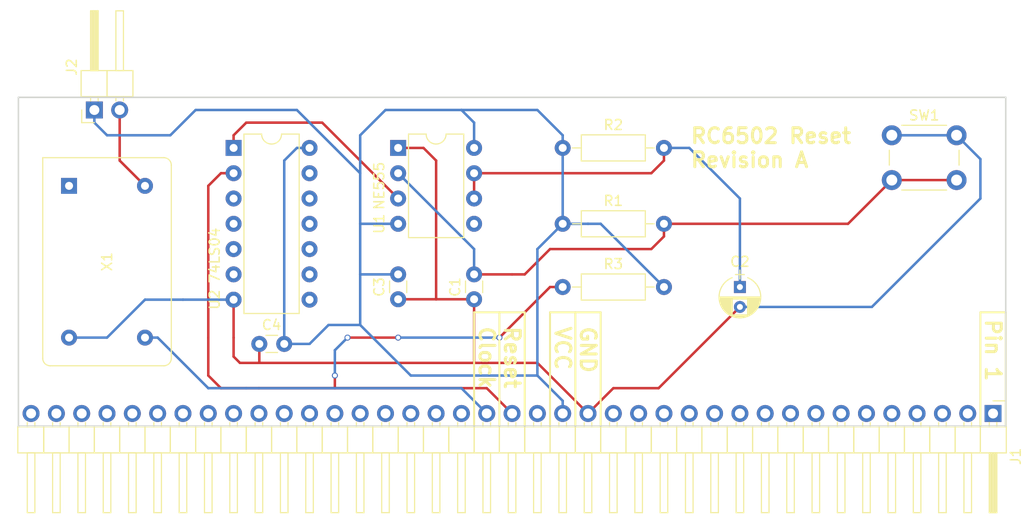
<source format=kicad_pcb>
(kicad_pcb (version 4) (host pcbnew 4.0.6)

  (general
    (links 30)
    (no_connects 0)
    (area 90.735 104.44857 193.845 156.675001)
    (thickness 1.6)
    (drawings 23)
    (tracks 114)
    (zones 0)
    (modules 13)
    (nets 9)
  )

  (page A4)
  (layers
    (0 F.Cu signal)
    (31 B.Cu signal)
    (32 B.Adhes user)
    (33 F.Adhes user)
    (34 B.Paste user)
    (35 F.Paste user)
    (36 B.SilkS user)
    (37 F.SilkS user)
    (38 B.Mask user)
    (39 F.Mask user)
    (40 Dwgs.User user)
    (41 Cmts.User user)
    (42 Eco1.User user)
    (43 Eco2.User user)
    (44 Edge.Cuts user)
    (45 Margin user)
    (46 B.CrtYd user)
    (47 F.CrtYd user)
    (48 B.Fab user)
    (49 F.Fab user)
  )

  (setup
    (last_trace_width 0.25)
    (trace_clearance 0.2)
    (zone_clearance 0.508)
    (zone_45_only no)
    (trace_min 0.2)
    (segment_width 0.2)
    (edge_width 0.15)
    (via_size 0.6)
    (via_drill 0.4)
    (via_min_size 0.4)
    (via_min_drill 0.3)
    (uvia_size 0.3)
    (uvia_drill 0.1)
    (uvias_allowed no)
    (uvia_min_size 0.2)
    (uvia_min_drill 0.1)
    (pcb_text_width 0.3)
    (pcb_text_size 1.5 1.5)
    (mod_edge_width 0.15)
    (mod_text_size 1 1)
    (mod_text_width 0.15)
    (pad_size 1.524 1.524)
    (pad_drill 0.762)
    (pad_to_mask_clearance 0.2)
    (aux_axis_origin 0 0)
    (visible_elements 7FFFFFFF)
    (pcbplotparams
      (layerselection 0x011fc_80000001)
      (usegerberextensions true)
      (excludeedgelayer true)
      (linewidth 0.100000)
      (plotframeref false)
      (viasonmask false)
      (mode 1)
      (useauxorigin false)
      (hpglpennumber 1)
      (hpglpenspeed 20)
      (hpglpendiameter 15)
      (hpglpenoverlay 2)
      (psnegative false)
      (psa4output false)
      (plotreference true)
      (plotvalue true)
      (plotinvisibletext false)
      (padsonsilk false)
      (subtractmaskfromsilk false)
      (outputformat 1)
      (mirror false)
      (drillshape 0)
      (scaleselection 1)
      (outputdirectory "D:/ownCloud/Documents/Projects/RC6502/RC6502 Reset Circuit/export/"))
  )

  (net 0 "")
  (net 1 "Net-(C1-Pad1)")
  (net 2 GND)
  (net 3 "Net-(C2-Pad1)")
  (net 4 VCC)
  (net 5 RESET)
  (net 6 "Net-(U1-Pad3)")
  (net 7 CLOCK)
  (net 8 "Net-(J2-Pad2)")

  (net_class Default "This is the default net class."
    (clearance 0.2)
    (trace_width 0.25)
    (via_dia 0.6)
    (via_drill 0.4)
    (uvia_dia 0.3)
    (uvia_drill 0.1)
    (add_net CLOCK)
    (add_net GND)
    (add_net "Net-(C1-Pad1)")
    (add_net "Net-(C2-Pad1)")
    (add_net "Net-(J2-Pad2)")
    (add_net "Net-(U1-Pad3)")
    (add_net RESET)
    (add_net VCC)
  )

  (module Resistors_THT:R_Axial_DIN0207_L6.3mm_D2.5mm_P10.16mm_Horizontal (layer F.Cu) (tedit 591A0D1E) (tstamp 5909EF28)
    (at 147.32 127)
    (descr "Resistor, Axial_DIN0207 series, Axial, Horizontal, pin pitch=10.16mm, 0.25W = 1/4W, length*diameter=6.3*2.5mm^2, http://cdn-reichelt.de/documents/datenblatt/B400/1_4W%23YAG.pdf")
    (tags "Resistor Axial_DIN0207 series Axial Horizontal pin pitch 10.16mm 0.25W = 1/4W length 6.3mm diameter 2.5mm")
    (path /5909CC66)
    (fp_text reference R1 (at 5.08 -2.31) (layer F.SilkS)
      (effects (font (size 1 1) (thickness 0.15)))
    )
    (fp_text value 1M (at 5.08 0) (layer F.Fab)
      (effects (font (size 1 1) (thickness 0.15)))
    )
    (fp_line (start 1.93 -1.25) (end 1.93 1.25) (layer F.Fab) (width 0.1))
    (fp_line (start 1.93 1.25) (end 8.23 1.25) (layer F.Fab) (width 0.1))
    (fp_line (start 8.23 1.25) (end 8.23 -1.25) (layer F.Fab) (width 0.1))
    (fp_line (start 8.23 -1.25) (end 1.93 -1.25) (layer F.Fab) (width 0.1))
    (fp_line (start 0 0) (end 1.93 0) (layer F.Fab) (width 0.1))
    (fp_line (start 10.16 0) (end 8.23 0) (layer F.Fab) (width 0.1))
    (fp_line (start 1.87 -1.31) (end 1.87 1.31) (layer F.SilkS) (width 0.12))
    (fp_line (start 1.87 1.31) (end 8.29 1.31) (layer F.SilkS) (width 0.12))
    (fp_line (start 8.29 1.31) (end 8.29 -1.31) (layer F.SilkS) (width 0.12))
    (fp_line (start 8.29 -1.31) (end 1.87 -1.31) (layer F.SilkS) (width 0.12))
    (fp_line (start 0.98 0) (end 1.87 0) (layer F.SilkS) (width 0.12))
    (fp_line (start 9.18 0) (end 8.29 0) (layer F.SilkS) (width 0.12))
    (fp_line (start -1.05 -1.6) (end -1.05 1.6) (layer F.CrtYd) (width 0.05))
    (fp_line (start -1.05 1.6) (end 11.25 1.6) (layer F.CrtYd) (width 0.05))
    (fp_line (start 11.25 1.6) (end 11.25 -1.6) (layer F.CrtYd) (width 0.05))
    (fp_line (start 11.25 -1.6) (end -1.05 -1.6) (layer F.CrtYd) (width 0.05))
    (pad 1 thru_hole circle (at 0 0) (size 1.6 1.6) (drill 0.8) (layers *.Cu *.Mask)
      (net 4 VCC))
    (pad 2 thru_hole oval (at 10.16 0) (size 1.6 1.6) (drill 0.8) (layers *.Cu *.Mask)
      (net 1 "Net-(C1-Pad1)"))
    (model Resistors_THT.3dshapes/R_Axial_DIN0207_L6.3mm_D2.5mm_P10.16mm_Horizontal.wrl
      (at (xyz 0 0 0))
      (scale (xyz 0.393701 0.393701 0.393701))
      (rotate (xyz 0 0 0))
    )
  )

  (module Resistors_THT:R_Axial_DIN0207_L6.3mm_D2.5mm_P10.16mm_Horizontal (layer F.Cu) (tedit 591A0D1C) (tstamp 5909EF2E)
    (at 147.32 119.38)
    (descr "Resistor, Axial_DIN0207 series, Axial, Horizontal, pin pitch=10.16mm, 0.25W = 1/4W, length*diameter=6.3*2.5mm^2, http://cdn-reichelt.de/documents/datenblatt/B400/1_4W%23YAG.pdf")
    (tags "Resistor Axial_DIN0207 series Axial Horizontal pin pitch 10.16mm 0.25W = 1/4W length 6.3mm diameter 2.5mm")
    (path /5909D4EB)
    (fp_text reference R2 (at 5.08 -2.31) (layer F.SilkS)
      (effects (font (size 1 1) (thickness 0.15)))
    )
    (fp_text value 47k (at 5.08 0) (layer F.Fab)
      (effects (font (size 1 1) (thickness 0.15)))
    )
    (fp_line (start 1.93 -1.25) (end 1.93 1.25) (layer F.Fab) (width 0.1))
    (fp_line (start 1.93 1.25) (end 8.23 1.25) (layer F.Fab) (width 0.1))
    (fp_line (start 8.23 1.25) (end 8.23 -1.25) (layer F.Fab) (width 0.1))
    (fp_line (start 8.23 -1.25) (end 1.93 -1.25) (layer F.Fab) (width 0.1))
    (fp_line (start 0 0) (end 1.93 0) (layer F.Fab) (width 0.1))
    (fp_line (start 10.16 0) (end 8.23 0) (layer F.Fab) (width 0.1))
    (fp_line (start 1.87 -1.31) (end 1.87 1.31) (layer F.SilkS) (width 0.12))
    (fp_line (start 1.87 1.31) (end 8.29 1.31) (layer F.SilkS) (width 0.12))
    (fp_line (start 8.29 1.31) (end 8.29 -1.31) (layer F.SilkS) (width 0.12))
    (fp_line (start 8.29 -1.31) (end 1.87 -1.31) (layer F.SilkS) (width 0.12))
    (fp_line (start 0.98 0) (end 1.87 0) (layer F.SilkS) (width 0.12))
    (fp_line (start 9.18 0) (end 8.29 0) (layer F.SilkS) (width 0.12))
    (fp_line (start -1.05 -1.6) (end -1.05 1.6) (layer F.CrtYd) (width 0.05))
    (fp_line (start -1.05 1.6) (end 11.25 1.6) (layer F.CrtYd) (width 0.05))
    (fp_line (start 11.25 1.6) (end 11.25 -1.6) (layer F.CrtYd) (width 0.05))
    (fp_line (start 11.25 -1.6) (end -1.05 -1.6) (layer F.CrtYd) (width 0.05))
    (pad 1 thru_hole circle (at 0 0) (size 1.6 1.6) (drill 0.8) (layers *.Cu *.Mask)
      (net 4 VCC))
    (pad 2 thru_hole oval (at 10.16 0) (size 1.6 1.6) (drill 0.8) (layers *.Cu *.Mask)
      (net 3 "Net-(C2-Pad1)"))
    (model Resistors_THT.3dshapes/R_Axial_DIN0207_L6.3mm_D2.5mm_P10.16mm_Horizontal.wrl
      (at (xyz 0 0 0))
      (scale (xyz 0.393701 0.393701 0.393701))
      (rotate (xyz 0 0 0))
    )
  )

  (module Buttons_Switches_THT:SW_PUSH_6mm (layer F.Cu) (tedit 58134C96) (tstamp 5909EF36)
    (at 180.34 118.11)
    (descr https://www.omron.com/ecb/products/pdf/en-b3f.pdf)
    (tags "tact sw push 6mm")
    (path /5909ECDD)
    (fp_text reference SW1 (at 3.25 -2) (layer F.SilkS)
      (effects (font (size 1 1) (thickness 0.15)))
    )
    (fp_text value RESET (at 3.75 6.7) (layer F.Fab)
      (effects (font (size 1 1) (thickness 0.15)))
    )
    (fp_line (start 3.25 -0.75) (end 6.25 -0.75) (layer F.Fab) (width 0.1))
    (fp_line (start 6.25 -0.75) (end 6.25 5.25) (layer F.Fab) (width 0.1))
    (fp_line (start 6.25 5.25) (end 0.25 5.25) (layer F.Fab) (width 0.1))
    (fp_line (start 0.25 5.25) (end 0.25 -0.75) (layer F.Fab) (width 0.1))
    (fp_line (start 0.25 -0.75) (end 3.25 -0.75) (layer F.Fab) (width 0.1))
    (fp_line (start 7.75 6) (end 8 6) (layer F.CrtYd) (width 0.05))
    (fp_line (start 8 6) (end 8 5.75) (layer F.CrtYd) (width 0.05))
    (fp_line (start 7.75 -1.5) (end 8 -1.5) (layer F.CrtYd) (width 0.05))
    (fp_line (start 8 -1.5) (end 8 -1.25) (layer F.CrtYd) (width 0.05))
    (fp_line (start -1.5 -1.25) (end -1.5 -1.5) (layer F.CrtYd) (width 0.05))
    (fp_line (start -1.5 -1.5) (end -1.25 -1.5) (layer F.CrtYd) (width 0.05))
    (fp_line (start -1.5 5.75) (end -1.5 6) (layer F.CrtYd) (width 0.05))
    (fp_line (start -1.5 6) (end -1.25 6) (layer F.CrtYd) (width 0.05))
    (fp_line (start -1.25 -1.5) (end 7.75 -1.5) (layer F.CrtYd) (width 0.05))
    (fp_line (start -1.5 5.75) (end -1.5 -1.25) (layer F.CrtYd) (width 0.05))
    (fp_line (start 7.75 6) (end -1.25 6) (layer F.CrtYd) (width 0.05))
    (fp_line (start 8 -1.25) (end 8 5.75) (layer F.CrtYd) (width 0.05))
    (fp_line (start 1 5.5) (end 5.5 5.5) (layer F.SilkS) (width 0.12))
    (fp_line (start -0.25 1.5) (end -0.25 3) (layer F.SilkS) (width 0.12))
    (fp_line (start 5.5 -1) (end 1 -1) (layer F.SilkS) (width 0.12))
    (fp_line (start 6.75 3) (end 6.75 1.5) (layer F.SilkS) (width 0.12))
    (fp_circle (center 3.25 2.25) (end 1.25 2.5) (layer F.Fab) (width 0.1))
    (pad 2 thru_hole circle (at 0 4.5 90) (size 2 2) (drill 1.1) (layers *.Cu *.Mask)
      (net 1 "Net-(C1-Pad1)"))
    (pad 1 thru_hole circle (at 0 0 90) (size 2 2) (drill 1.1) (layers *.Cu *.Mask)
      (net 2 GND))
    (pad 2 thru_hole circle (at 6.5 4.5 90) (size 2 2) (drill 1.1) (layers *.Cu *.Mask)
      (net 1 "Net-(C1-Pad1)"))
    (pad 1 thru_hole circle (at 6.5 0 90) (size 2 2) (drill 1.1) (layers *.Cu *.Mask)
      (net 2 GND))
    (model Buttons_Switches_THT.3dshapes/SW_PUSH_6mm.wrl
      (at (xyz 0.005 0 0))
      (scale (xyz 0.3937 0.3937 0.3937))
      (rotate (xyz 0 0 0))
    )
  )

  (module Housings_DIP:DIP-8_W7.62mm (layer F.Cu) (tedit 591A0D15) (tstamp 5909EF42)
    (at 130.81 119.38)
    (descr "8-lead dip package, row spacing 7.62 mm (300 mils)")
    (tags "DIL DIP PDIP 2.54mm 7.62mm 300mil")
    (path /590A44E3)
    (fp_text reference U1 (at -1.905 7.62 90) (layer F.SilkS)
      (effects (font (size 1 1) (thickness 0.15)))
    )
    (fp_text value NE555 (at -1.905 3.81 90) (layer F.SilkS)
      (effects (font (size 1 1) (thickness 0.15)))
    )
    (fp_text user %R (at -1.905 7.62 90) (layer F.Fab)
      (effects (font (size 1 1) (thickness 0.15)))
    )
    (fp_line (start 1.635 -1.27) (end 6.985 -1.27) (layer F.Fab) (width 0.1))
    (fp_line (start 6.985 -1.27) (end 6.985 8.89) (layer F.Fab) (width 0.1))
    (fp_line (start 6.985 8.89) (end 0.635 8.89) (layer F.Fab) (width 0.1))
    (fp_line (start 0.635 8.89) (end 0.635 -0.27) (layer F.Fab) (width 0.1))
    (fp_line (start 0.635 -0.27) (end 1.635 -1.27) (layer F.Fab) (width 0.1))
    (fp_line (start 2.81 -1.39) (end 1.04 -1.39) (layer F.SilkS) (width 0.12))
    (fp_line (start 1.04 -1.39) (end 1.04 9.01) (layer F.SilkS) (width 0.12))
    (fp_line (start 1.04 9.01) (end 6.58 9.01) (layer F.SilkS) (width 0.12))
    (fp_line (start 6.58 9.01) (end 6.58 -1.39) (layer F.SilkS) (width 0.12))
    (fp_line (start 6.58 -1.39) (end 4.81 -1.39) (layer F.SilkS) (width 0.12))
    (fp_line (start -1.1 -1.6) (end -1.1 9.2) (layer F.CrtYd) (width 0.05))
    (fp_line (start -1.1 9.2) (end 8.7 9.2) (layer F.CrtYd) (width 0.05))
    (fp_line (start 8.7 9.2) (end 8.7 -1.6) (layer F.CrtYd) (width 0.05))
    (fp_line (start 8.7 -1.6) (end -1.1 -1.6) (layer F.CrtYd) (width 0.05))
    (fp_arc (start 3.81 -1.39) (end 2.81 -1.39) (angle -180) (layer F.SilkS) (width 0.12))
    (pad 1 thru_hole rect (at 0 0) (size 1.6 1.6) (drill 0.8) (layers *.Cu *.Mask)
      (net 2 GND))
    (pad 5 thru_hole oval (at 7.62 7.62) (size 1.6 1.6) (drill 0.8) (layers *.Cu *.Mask))
    (pad 2 thru_hole oval (at 0 2.54) (size 1.6 1.6) (drill 0.8) (layers *.Cu *.Mask)
      (net 1 "Net-(C1-Pad1)"))
    (pad 6 thru_hole oval (at 7.62 5.08) (size 1.6 1.6) (drill 0.8) (layers *.Cu *.Mask)
      (net 3 "Net-(C2-Pad1)"))
    (pad 3 thru_hole oval (at 0 5.08) (size 1.6 1.6) (drill 0.8) (layers *.Cu *.Mask)
      (net 6 "Net-(U1-Pad3)"))
    (pad 7 thru_hole oval (at 7.62 2.54) (size 1.6 1.6) (drill 0.8) (layers *.Cu *.Mask)
      (net 3 "Net-(C2-Pad1)"))
    (pad 4 thru_hole oval (at 0 7.62) (size 1.6 1.6) (drill 0.8) (layers *.Cu *.Mask)
      (net 4 VCC))
    (pad 8 thru_hole oval (at 7.62 0) (size 1.6 1.6) (drill 0.8) (layers *.Cu *.Mask)
      (net 4 VCC))
    (model Housings_DIP.3dshapes/DIP-8_W7.62mm.wrl
      (at (xyz 0 0 0))
      (scale (xyz 1 1 1))
      (rotate (xyz 0 0 0))
    )
  )

  (module Housings_DIP:DIP-14_W7.62mm (layer F.Cu) (tedit 591A0CFE) (tstamp 5909EF54)
    (at 114.3 119.38)
    (descr "14-lead dip package, row spacing 7.62 mm (300 mils)")
    (tags "DIL DIP PDIP 2.54mm 7.62mm 300mil")
    (path /5909E441)
    (fp_text reference U2 (at -1.905 15.24 270) (layer F.SilkS)
      (effects (font (size 1 1) (thickness 0.15)))
    )
    (fp_text value 74LS04 (at -1.905 10.795 90) (layer F.SilkS)
      (effects (font (size 1 1) (thickness 0.15)))
    )
    (fp_text user %R (at -1.905 15.24 90) (layer F.Fab)
      (effects (font (size 1 1) (thickness 0.15)))
    )
    (fp_line (start 1.635 -1.27) (end 6.985 -1.27) (layer F.Fab) (width 0.1))
    (fp_line (start 6.985 -1.27) (end 6.985 16.51) (layer F.Fab) (width 0.1))
    (fp_line (start 6.985 16.51) (end 0.635 16.51) (layer F.Fab) (width 0.1))
    (fp_line (start 0.635 16.51) (end 0.635 -0.27) (layer F.Fab) (width 0.1))
    (fp_line (start 0.635 -0.27) (end 1.635 -1.27) (layer F.Fab) (width 0.1))
    (fp_line (start 2.81 -1.39) (end 1.04 -1.39) (layer F.SilkS) (width 0.12))
    (fp_line (start 1.04 -1.39) (end 1.04 16.63) (layer F.SilkS) (width 0.12))
    (fp_line (start 1.04 16.63) (end 6.58 16.63) (layer F.SilkS) (width 0.12))
    (fp_line (start 6.58 16.63) (end 6.58 -1.39) (layer F.SilkS) (width 0.12))
    (fp_line (start 6.58 -1.39) (end 4.81 -1.39) (layer F.SilkS) (width 0.12))
    (fp_line (start -1.1 -1.6) (end -1.1 16.8) (layer F.CrtYd) (width 0.05))
    (fp_line (start -1.1 16.8) (end 8.7 16.8) (layer F.CrtYd) (width 0.05))
    (fp_line (start 8.7 16.8) (end 8.7 -1.6) (layer F.CrtYd) (width 0.05))
    (fp_line (start 8.7 -1.6) (end -1.1 -1.6) (layer F.CrtYd) (width 0.05))
    (fp_arc (start 3.81 -1.39) (end 2.81 -1.39) (angle -180) (layer F.SilkS) (width 0.12))
    (pad 1 thru_hole rect (at 0 0) (size 1.6 1.6) (drill 0.8) (layers *.Cu *.Mask)
      (net 6 "Net-(U1-Pad3)"))
    (pad 8 thru_hole oval (at 7.62 15.24) (size 1.6 1.6) (drill 0.8) (layers *.Cu *.Mask))
    (pad 2 thru_hole oval (at 0 2.54) (size 1.6 1.6) (drill 0.8) (layers *.Cu *.Mask)
      (net 5 RESET))
    (pad 9 thru_hole oval (at 7.62 12.7) (size 1.6 1.6) (drill 0.8) (layers *.Cu *.Mask))
    (pad 3 thru_hole oval (at 0 5.08) (size 1.6 1.6) (drill 0.8) (layers *.Cu *.Mask))
    (pad 10 thru_hole oval (at 7.62 10.16) (size 1.6 1.6) (drill 0.8) (layers *.Cu *.Mask))
    (pad 4 thru_hole oval (at 0 7.62) (size 1.6 1.6) (drill 0.8) (layers *.Cu *.Mask))
    (pad 11 thru_hole oval (at 7.62 7.62) (size 1.6 1.6) (drill 0.8) (layers *.Cu *.Mask))
    (pad 5 thru_hole oval (at 0 10.16) (size 1.6 1.6) (drill 0.8) (layers *.Cu *.Mask))
    (pad 12 thru_hole oval (at 7.62 5.08) (size 1.6 1.6) (drill 0.8) (layers *.Cu *.Mask))
    (pad 6 thru_hole oval (at 0 12.7) (size 1.6 1.6) (drill 0.8) (layers *.Cu *.Mask))
    (pad 13 thru_hole oval (at 7.62 2.54) (size 1.6 1.6) (drill 0.8) (layers *.Cu *.Mask))
    (pad 7 thru_hole oval (at 0 15.24) (size 1.6 1.6) (drill 0.8) (layers *.Cu *.Mask)
      (net 2 GND))
    (pad 14 thru_hole oval (at 7.62 0) (size 1.6 1.6) (drill 0.8) (layers *.Cu *.Mask)
      (net 4 VCC))
    (model Housings_DIP.3dshapes/DIP-14_W7.62mm.wrl
      (at (xyz 0 0 0))
      (scale (xyz 1 1 1))
      (rotate (xyz 0 0 0))
    )
  )

  (module Capacitors_THT:C_Disc_D3.0mm_W1.6mm_P2.50mm (layer F.Cu) (tedit 591A0ED9) (tstamp 5909F282)
    (at 138.43 132.08 270)
    (descr "C, Disc series, Radial, pin pitch=2.50mm, , diameter*width=3.0*1.6mm^2, Capacitor, http://www.vishay.com/docs/45233/krseries.pdf")
    (tags "C Disc series Radial pin pitch 2.50mm  diameter 3.0mm width 1.6mm Capacitor")
    (path /5909CD8B)
    (fp_text reference C1 (at 1.27 1.905 270) (layer F.SilkS)
      (effects (font (size 1 1) (thickness 0.15)))
    )
    (fp_text value 100nF (at 1.27 -1.905 270) (layer F.Fab)
      (effects (font (size 1 1) (thickness 0.15)))
    )
    (fp_line (start -0.25 -0.8) (end -0.25 0.8) (layer F.Fab) (width 0.1))
    (fp_line (start -0.25 0.8) (end 2.75 0.8) (layer F.Fab) (width 0.1))
    (fp_line (start 2.75 0.8) (end 2.75 -0.8) (layer F.Fab) (width 0.1))
    (fp_line (start 2.75 -0.8) (end -0.25 -0.8) (layer F.Fab) (width 0.1))
    (fp_line (start 0.663 -0.861) (end 1.837 -0.861) (layer F.SilkS) (width 0.12))
    (fp_line (start 0.663 0.861) (end 1.837 0.861) (layer F.SilkS) (width 0.12))
    (fp_line (start -1.05 -1.15) (end -1.05 1.15) (layer F.CrtYd) (width 0.05))
    (fp_line (start -1.05 1.15) (end 3.55 1.15) (layer F.CrtYd) (width 0.05))
    (fp_line (start 3.55 1.15) (end 3.55 -1.15) (layer F.CrtYd) (width 0.05))
    (fp_line (start 3.55 -1.15) (end -1.05 -1.15) (layer F.CrtYd) (width 0.05))
    (pad 1 thru_hole circle (at 0 0 270) (size 1.6 1.6) (drill 0.8) (layers *.Cu *.Mask)
      (net 1 "Net-(C1-Pad1)"))
    (pad 2 thru_hole circle (at 2.5 0 270) (size 1.6 1.6) (drill 0.8) (layers *.Cu *.Mask)
      (net 2 GND))
    (model Capacitors_THT.3dshapes/C_Disc_D3.0mm_W1.6mm_P2.50mm.wrl
      (at (xyz 0 0 0))
      (scale (xyz 0.393701 0.393701 0.393701))
      (rotate (xyz 0 0 0))
    )
  )

  (module Capacitors_THT:CP_Radial_D4.0mm_P2.00mm (layer F.Cu) (tedit 591A0EE4) (tstamp 5909F287)
    (at 165.1 133.35 270)
    (descr "CP, Radial series, Radial, pin pitch=2.00mm, , diameter=4mm, Electrolytic Capacitor")
    (tags "CP Radial series Radial pin pitch 2.00mm  diameter 4mm Electrolytic Capacitor")
    (path /5909D5AC)
    (fp_text reference C2 (at -2.54 0 360) (layer F.SilkS)
      (effects (font (size 1 1) (thickness 0.15)))
    )
    (fp_text value 10uF (at 4.445 0 360) (layer F.Fab)
      (effects (font (size 1 1) (thickness 0.15)))
    )
    (fp_arc (start 1 0) (end -0.938995 -0.78) (angle 136.2) (layer F.SilkS) (width 0.12))
    (fp_arc (start 1 0) (end -0.938995 0.78) (angle -136.2) (layer F.SilkS) (width 0.12))
    (fp_arc (start 1 0) (end 2.938995 -0.78) (angle 43.8) (layer F.SilkS) (width 0.12))
    (fp_circle (center 1 0) (end 3 0) (layer F.Fab) (width 0.1))
    (fp_line (start -1.7 0) (end -0.8 0) (layer F.Fab) (width 0.1))
    (fp_line (start -1.25 -0.45) (end -1.25 0.45) (layer F.Fab) (width 0.1))
    (fp_line (start 1 -2.05) (end 1 2.05) (layer F.SilkS) (width 0.12))
    (fp_line (start 1.04 -2.05) (end 1.04 2.05) (layer F.SilkS) (width 0.12))
    (fp_line (start 1.08 -2.049) (end 1.08 2.049) (layer F.SilkS) (width 0.12))
    (fp_line (start 1.12 -2.047) (end 1.12 2.047) (layer F.SilkS) (width 0.12))
    (fp_line (start 1.16 -2.044) (end 1.16 2.044) (layer F.SilkS) (width 0.12))
    (fp_line (start 1.2 -2.041) (end 1.2 2.041) (layer F.SilkS) (width 0.12))
    (fp_line (start 1.24 -2.037) (end 1.24 -0.78) (layer F.SilkS) (width 0.12))
    (fp_line (start 1.24 0.78) (end 1.24 2.037) (layer F.SilkS) (width 0.12))
    (fp_line (start 1.28 -2.032) (end 1.28 -0.78) (layer F.SilkS) (width 0.12))
    (fp_line (start 1.28 0.78) (end 1.28 2.032) (layer F.SilkS) (width 0.12))
    (fp_line (start 1.32 -2.026) (end 1.32 -0.78) (layer F.SilkS) (width 0.12))
    (fp_line (start 1.32 0.78) (end 1.32 2.026) (layer F.SilkS) (width 0.12))
    (fp_line (start 1.36 -2.019) (end 1.36 -0.78) (layer F.SilkS) (width 0.12))
    (fp_line (start 1.36 0.78) (end 1.36 2.019) (layer F.SilkS) (width 0.12))
    (fp_line (start 1.4 -2.012) (end 1.4 -0.78) (layer F.SilkS) (width 0.12))
    (fp_line (start 1.4 0.78) (end 1.4 2.012) (layer F.SilkS) (width 0.12))
    (fp_line (start 1.44 -2.004) (end 1.44 -0.78) (layer F.SilkS) (width 0.12))
    (fp_line (start 1.44 0.78) (end 1.44 2.004) (layer F.SilkS) (width 0.12))
    (fp_line (start 1.48 -1.995) (end 1.48 -0.78) (layer F.SilkS) (width 0.12))
    (fp_line (start 1.48 0.78) (end 1.48 1.995) (layer F.SilkS) (width 0.12))
    (fp_line (start 1.52 -1.985) (end 1.52 -0.78) (layer F.SilkS) (width 0.12))
    (fp_line (start 1.52 0.78) (end 1.52 1.985) (layer F.SilkS) (width 0.12))
    (fp_line (start 1.56 -1.974) (end 1.56 -0.78) (layer F.SilkS) (width 0.12))
    (fp_line (start 1.56 0.78) (end 1.56 1.974) (layer F.SilkS) (width 0.12))
    (fp_line (start 1.6 -1.963) (end 1.6 -0.78) (layer F.SilkS) (width 0.12))
    (fp_line (start 1.6 0.78) (end 1.6 1.963) (layer F.SilkS) (width 0.12))
    (fp_line (start 1.64 -1.95) (end 1.64 -0.78) (layer F.SilkS) (width 0.12))
    (fp_line (start 1.64 0.78) (end 1.64 1.95) (layer F.SilkS) (width 0.12))
    (fp_line (start 1.68 -1.937) (end 1.68 -0.78) (layer F.SilkS) (width 0.12))
    (fp_line (start 1.68 0.78) (end 1.68 1.937) (layer F.SilkS) (width 0.12))
    (fp_line (start 1.721 -1.923) (end 1.721 -0.78) (layer F.SilkS) (width 0.12))
    (fp_line (start 1.721 0.78) (end 1.721 1.923) (layer F.SilkS) (width 0.12))
    (fp_line (start 1.761 -1.907) (end 1.761 -0.78) (layer F.SilkS) (width 0.12))
    (fp_line (start 1.761 0.78) (end 1.761 1.907) (layer F.SilkS) (width 0.12))
    (fp_line (start 1.801 -1.891) (end 1.801 -0.78) (layer F.SilkS) (width 0.12))
    (fp_line (start 1.801 0.78) (end 1.801 1.891) (layer F.SilkS) (width 0.12))
    (fp_line (start 1.841 -1.874) (end 1.841 -0.78) (layer F.SilkS) (width 0.12))
    (fp_line (start 1.841 0.78) (end 1.841 1.874) (layer F.SilkS) (width 0.12))
    (fp_line (start 1.881 -1.856) (end 1.881 -0.78) (layer F.SilkS) (width 0.12))
    (fp_line (start 1.881 0.78) (end 1.881 1.856) (layer F.SilkS) (width 0.12))
    (fp_line (start 1.921 -1.837) (end 1.921 -0.78) (layer F.SilkS) (width 0.12))
    (fp_line (start 1.921 0.78) (end 1.921 1.837) (layer F.SilkS) (width 0.12))
    (fp_line (start 1.961 -1.817) (end 1.961 -0.78) (layer F.SilkS) (width 0.12))
    (fp_line (start 1.961 0.78) (end 1.961 1.817) (layer F.SilkS) (width 0.12))
    (fp_line (start 2.001 -1.796) (end 2.001 -0.78) (layer F.SilkS) (width 0.12))
    (fp_line (start 2.001 0.78) (end 2.001 1.796) (layer F.SilkS) (width 0.12))
    (fp_line (start 2.041 -1.773) (end 2.041 -0.78) (layer F.SilkS) (width 0.12))
    (fp_line (start 2.041 0.78) (end 2.041 1.773) (layer F.SilkS) (width 0.12))
    (fp_line (start 2.081 -1.75) (end 2.081 -0.78) (layer F.SilkS) (width 0.12))
    (fp_line (start 2.081 0.78) (end 2.081 1.75) (layer F.SilkS) (width 0.12))
    (fp_line (start 2.121 -1.725) (end 2.121 -0.78) (layer F.SilkS) (width 0.12))
    (fp_line (start 2.121 0.78) (end 2.121 1.725) (layer F.SilkS) (width 0.12))
    (fp_line (start 2.161 -1.699) (end 2.161 -0.78) (layer F.SilkS) (width 0.12))
    (fp_line (start 2.161 0.78) (end 2.161 1.699) (layer F.SilkS) (width 0.12))
    (fp_line (start 2.201 -1.672) (end 2.201 -0.78) (layer F.SilkS) (width 0.12))
    (fp_line (start 2.201 0.78) (end 2.201 1.672) (layer F.SilkS) (width 0.12))
    (fp_line (start 2.241 -1.643) (end 2.241 -0.78) (layer F.SilkS) (width 0.12))
    (fp_line (start 2.241 0.78) (end 2.241 1.643) (layer F.SilkS) (width 0.12))
    (fp_line (start 2.281 -1.613) (end 2.281 -0.78) (layer F.SilkS) (width 0.12))
    (fp_line (start 2.281 0.78) (end 2.281 1.613) (layer F.SilkS) (width 0.12))
    (fp_line (start 2.321 -1.581) (end 2.321 -0.78) (layer F.SilkS) (width 0.12))
    (fp_line (start 2.321 0.78) (end 2.321 1.581) (layer F.SilkS) (width 0.12))
    (fp_line (start 2.361 -1.547) (end 2.361 -0.78) (layer F.SilkS) (width 0.12))
    (fp_line (start 2.361 0.78) (end 2.361 1.547) (layer F.SilkS) (width 0.12))
    (fp_line (start 2.401 -1.512) (end 2.401 -0.78) (layer F.SilkS) (width 0.12))
    (fp_line (start 2.401 0.78) (end 2.401 1.512) (layer F.SilkS) (width 0.12))
    (fp_line (start 2.441 -1.475) (end 2.441 -0.78) (layer F.SilkS) (width 0.12))
    (fp_line (start 2.441 0.78) (end 2.441 1.475) (layer F.SilkS) (width 0.12))
    (fp_line (start 2.481 -1.436) (end 2.481 -0.78) (layer F.SilkS) (width 0.12))
    (fp_line (start 2.481 0.78) (end 2.481 1.436) (layer F.SilkS) (width 0.12))
    (fp_line (start 2.521 -1.395) (end 2.521 -0.78) (layer F.SilkS) (width 0.12))
    (fp_line (start 2.521 0.78) (end 2.521 1.395) (layer F.SilkS) (width 0.12))
    (fp_line (start 2.561 -1.351) (end 2.561 -0.78) (layer F.SilkS) (width 0.12))
    (fp_line (start 2.561 0.78) (end 2.561 1.351) (layer F.SilkS) (width 0.12))
    (fp_line (start 2.601 -1.305) (end 2.601 -0.78) (layer F.SilkS) (width 0.12))
    (fp_line (start 2.601 0.78) (end 2.601 1.305) (layer F.SilkS) (width 0.12))
    (fp_line (start 2.641 -1.256) (end 2.641 -0.78) (layer F.SilkS) (width 0.12))
    (fp_line (start 2.641 0.78) (end 2.641 1.256) (layer F.SilkS) (width 0.12))
    (fp_line (start 2.681 -1.204) (end 2.681 -0.78) (layer F.SilkS) (width 0.12))
    (fp_line (start 2.681 0.78) (end 2.681 1.204) (layer F.SilkS) (width 0.12))
    (fp_line (start 2.721 -1.148) (end 2.721 -0.78) (layer F.SilkS) (width 0.12))
    (fp_line (start 2.721 0.78) (end 2.721 1.148) (layer F.SilkS) (width 0.12))
    (fp_line (start 2.761 -1.088) (end 2.761 -0.78) (layer F.SilkS) (width 0.12))
    (fp_line (start 2.761 0.78) (end 2.761 1.088) (layer F.SilkS) (width 0.12))
    (fp_line (start 2.801 -1.023) (end 2.801 1.023) (layer F.SilkS) (width 0.12))
    (fp_line (start 2.841 -0.952) (end 2.841 0.952) (layer F.SilkS) (width 0.12))
    (fp_line (start 2.881 -0.874) (end 2.881 0.874) (layer F.SilkS) (width 0.12))
    (fp_line (start 2.921 -0.786) (end 2.921 0.786) (layer F.SilkS) (width 0.12))
    (fp_line (start 2.961 -0.686) (end 2.961 0.686) (layer F.SilkS) (width 0.12))
    (fp_line (start 3.001 -0.567) (end 3.001 0.567) (layer F.SilkS) (width 0.12))
    (fp_line (start 3.041 -0.415) (end 3.041 0.415) (layer F.SilkS) (width 0.12))
    (fp_line (start 3.081 -0.165) (end 3.081 0.165) (layer F.SilkS) (width 0.12))
    (fp_line (start -1.7 0) (end -0.8 0) (layer F.SilkS) (width 0.12))
    (fp_line (start -1.25 -0.45) (end -1.25 0.45) (layer F.SilkS) (width 0.12))
    (fp_line (start -1.35 -2.35) (end -1.35 2.35) (layer F.CrtYd) (width 0.05))
    (fp_line (start -1.35 2.35) (end 3.35 2.35) (layer F.CrtYd) (width 0.05))
    (fp_line (start 3.35 2.35) (end 3.35 -2.35) (layer F.CrtYd) (width 0.05))
    (fp_line (start 3.35 -2.35) (end -1.35 -2.35) (layer F.CrtYd) (width 0.05))
    (pad 1 thru_hole rect (at 0 0 270) (size 1.2 1.2) (drill 0.6) (layers *.Cu *.Mask)
      (net 3 "Net-(C2-Pad1)"))
    (pad 2 thru_hole circle (at 2 0 270) (size 1.2 1.2) (drill 0.6) (layers *.Cu *.Mask)
      (net 2 GND))
    (model Capacitors_THT.3dshapes/CP_Radial_D4.0mm_P2.00mm.wrl
      (at (xyz 0 0 0))
      (scale (xyz 0.393701 0.393701 0.393701))
      (rotate (xyz 0 0 0))
    )
  )

  (module Capacitors_THT:C_Disc_D3.0mm_W1.6mm_P2.50mm (layer F.Cu) (tedit 591A0ED6) (tstamp 5909F28C)
    (at 130.81 132.08 270)
    (descr "C, Disc series, Radial, pin pitch=2.50mm, , diameter*width=3.0*1.6mm^2, Capacitor, http://www.vishay.com/docs/45233/krseries.pdf")
    (tags "C Disc series Radial pin pitch 2.50mm  diameter 3.0mm width 1.6mm Capacitor")
    (path /5909D33C)
    (fp_text reference C3 (at 1.27 1.905 270) (layer F.SilkS)
      (effects (font (size 1 1) (thickness 0.15)))
    )
    (fp_text value 100nF (at 1.27 -1.905 270) (layer F.Fab)
      (effects (font (size 1 1) (thickness 0.15)))
    )
    (fp_line (start -0.25 -0.8) (end -0.25 0.8) (layer F.Fab) (width 0.1))
    (fp_line (start -0.25 0.8) (end 2.75 0.8) (layer F.Fab) (width 0.1))
    (fp_line (start 2.75 0.8) (end 2.75 -0.8) (layer F.Fab) (width 0.1))
    (fp_line (start 2.75 -0.8) (end -0.25 -0.8) (layer F.Fab) (width 0.1))
    (fp_line (start 0.663 -0.861) (end 1.837 -0.861) (layer F.SilkS) (width 0.12))
    (fp_line (start 0.663 0.861) (end 1.837 0.861) (layer F.SilkS) (width 0.12))
    (fp_line (start -1.05 -1.15) (end -1.05 1.15) (layer F.CrtYd) (width 0.05))
    (fp_line (start -1.05 1.15) (end 3.55 1.15) (layer F.CrtYd) (width 0.05))
    (fp_line (start 3.55 1.15) (end 3.55 -1.15) (layer F.CrtYd) (width 0.05))
    (fp_line (start 3.55 -1.15) (end -1.05 -1.15) (layer F.CrtYd) (width 0.05))
    (pad 1 thru_hole circle (at 0 0 270) (size 1.6 1.6) (drill 0.8) (layers *.Cu *.Mask)
      (net 4 VCC))
    (pad 2 thru_hole circle (at 2.5 0 270) (size 1.6 1.6) (drill 0.8) (layers *.Cu *.Mask)
      (net 2 GND))
    (model Capacitors_THT.3dshapes/C_Disc_D3.0mm_W1.6mm_P2.50mm.wrl
      (at (xyz 0 0 0))
      (scale (xyz 0.393701 0.393701 0.393701))
      (rotate (xyz 0 0 0))
    )
  )

  (module Resistors_THT:R_Axial_DIN0207_L6.3mm_D2.5mm_P10.16mm_Horizontal (layer F.Cu) (tedit 591A0D22) (tstamp 5909F42C)
    (at 147.32 133.35)
    (descr "Resistor, Axial_DIN0207 series, Axial, Horizontal, pin pitch=10.16mm, 0.25W = 1/4W, length*diameter=6.3*2.5mm^2, http://cdn-reichelt.de/documents/datenblatt/B400/1_4W%23YAG.pdf")
    (tags "Resistor Axial_DIN0207 series Axial Horizontal pin pitch 10.16mm 0.25W = 1/4W length 6.3mm diameter 2.5mm")
    (path /590A060A)
    (fp_text reference R3 (at 5.08 -2.31) (layer F.SilkS)
      (effects (font (size 1 1) (thickness 0.15)))
    )
    (fp_text value 1k (at 5.08 0) (layer F.Fab)
      (effects (font (size 1 1) (thickness 0.15)))
    )
    (fp_line (start 1.93 -1.25) (end 1.93 1.25) (layer F.Fab) (width 0.1))
    (fp_line (start 1.93 1.25) (end 8.23 1.25) (layer F.Fab) (width 0.1))
    (fp_line (start 8.23 1.25) (end 8.23 -1.25) (layer F.Fab) (width 0.1))
    (fp_line (start 8.23 -1.25) (end 1.93 -1.25) (layer F.Fab) (width 0.1))
    (fp_line (start 0 0) (end 1.93 0) (layer F.Fab) (width 0.1))
    (fp_line (start 10.16 0) (end 8.23 0) (layer F.Fab) (width 0.1))
    (fp_line (start 1.87 -1.31) (end 1.87 1.31) (layer F.SilkS) (width 0.12))
    (fp_line (start 1.87 1.31) (end 8.29 1.31) (layer F.SilkS) (width 0.12))
    (fp_line (start 8.29 1.31) (end 8.29 -1.31) (layer F.SilkS) (width 0.12))
    (fp_line (start 8.29 -1.31) (end 1.87 -1.31) (layer F.SilkS) (width 0.12))
    (fp_line (start 0.98 0) (end 1.87 0) (layer F.SilkS) (width 0.12))
    (fp_line (start 9.18 0) (end 8.29 0) (layer F.SilkS) (width 0.12))
    (fp_line (start -1.05 -1.6) (end -1.05 1.6) (layer F.CrtYd) (width 0.05))
    (fp_line (start -1.05 1.6) (end 11.25 1.6) (layer F.CrtYd) (width 0.05))
    (fp_line (start 11.25 1.6) (end 11.25 -1.6) (layer F.CrtYd) (width 0.05))
    (fp_line (start 11.25 -1.6) (end -1.05 -1.6) (layer F.CrtYd) (width 0.05))
    (pad 1 thru_hole circle (at 0 0) (size 1.6 1.6) (drill 0.8) (layers *.Cu *.Mask)
      (net 5 RESET))
    (pad 2 thru_hole oval (at 10.16 0) (size 1.6 1.6) (drill 0.8) (layers *.Cu *.Mask)
      (net 4 VCC))
    (model Resistors_THT.3dshapes/R_Axial_DIN0207_L6.3mm_D2.5mm_P10.16mm_Horizontal.wrl
      (at (xyz 0 0 0))
      (scale (xyz 0.393701 0.393701 0.393701))
      (rotate (xyz 0 0 0))
    )
  )

  (module Pin_Headers:Pin_Header_Angled_1x02_Pitch2.54mm (layer F.Cu) (tedit 590B9D33) (tstamp 590A0561)
    (at 100.33 115.57 90)
    (descr "Through hole angled pin header, 1x02, 2.54mm pitch, 6mm pin length, single row")
    (tags "Through hole angled pin header THT 1x02 2.54mm single row")
    (path /590A1B9F)
    (fp_text reference J2 (at 4.315 -2.27 90) (layer F.SilkS)
      (effects (font (size 1 1) (thickness 0.15)))
    )
    (fp_text value "XTAL Enable" (at 6.35 6.35 90) (layer F.Fab)
      (effects (font (size 1 1) (thickness 0.15)))
    )
    (fp_line (start 1.4 -1.27) (end 1.4 1.27) (layer F.Fab) (width 0.1))
    (fp_line (start 1.4 1.27) (end 3.9 1.27) (layer F.Fab) (width 0.1))
    (fp_line (start 3.9 1.27) (end 3.9 -1.27) (layer F.Fab) (width 0.1))
    (fp_line (start 3.9 -1.27) (end 1.4 -1.27) (layer F.Fab) (width 0.1))
    (fp_line (start 0 -0.32) (end 0 0.32) (layer F.Fab) (width 0.1))
    (fp_line (start 0 0.32) (end 9.9 0.32) (layer F.Fab) (width 0.1))
    (fp_line (start 9.9 0.32) (end 9.9 -0.32) (layer F.Fab) (width 0.1))
    (fp_line (start 9.9 -0.32) (end 0 -0.32) (layer F.Fab) (width 0.1))
    (fp_line (start 1.4 1.27) (end 1.4 3.81) (layer F.Fab) (width 0.1))
    (fp_line (start 1.4 3.81) (end 3.9 3.81) (layer F.Fab) (width 0.1))
    (fp_line (start 3.9 3.81) (end 3.9 1.27) (layer F.Fab) (width 0.1))
    (fp_line (start 3.9 1.27) (end 1.4 1.27) (layer F.Fab) (width 0.1))
    (fp_line (start 0 2.22) (end 0 2.86) (layer F.Fab) (width 0.1))
    (fp_line (start 0 2.86) (end 9.9 2.86) (layer F.Fab) (width 0.1))
    (fp_line (start 9.9 2.86) (end 9.9 2.22) (layer F.Fab) (width 0.1))
    (fp_line (start 9.9 2.22) (end 0 2.22) (layer F.Fab) (width 0.1))
    (fp_line (start 1.34 -1.33) (end 1.34 1.27) (layer F.SilkS) (width 0.12))
    (fp_line (start 1.34 1.27) (end 3.96 1.27) (layer F.SilkS) (width 0.12))
    (fp_line (start 3.96 1.27) (end 3.96 -1.33) (layer F.SilkS) (width 0.12))
    (fp_line (start 3.96 -1.33) (end 1.34 -1.33) (layer F.SilkS) (width 0.12))
    (fp_line (start 3.96 -0.38) (end 3.96 0.38) (layer F.SilkS) (width 0.12))
    (fp_line (start 3.96 0.38) (end 9.96 0.38) (layer F.SilkS) (width 0.12))
    (fp_line (start 9.96 0.38) (end 9.96 -0.38) (layer F.SilkS) (width 0.12))
    (fp_line (start 9.96 -0.38) (end 3.96 -0.38) (layer F.SilkS) (width 0.12))
    (fp_line (start 0.91 -0.38) (end 1.34 -0.38) (layer F.SilkS) (width 0.12))
    (fp_line (start 0.91 0.38) (end 1.34 0.38) (layer F.SilkS) (width 0.12))
    (fp_line (start 3.96 -0.26) (end 9.96 -0.26) (layer F.SilkS) (width 0.12))
    (fp_line (start 3.96 -0.14) (end 9.96 -0.14) (layer F.SilkS) (width 0.12))
    (fp_line (start 3.96 -0.02) (end 9.96 -0.02) (layer F.SilkS) (width 0.12))
    (fp_line (start 3.96 0.1) (end 9.96 0.1) (layer F.SilkS) (width 0.12))
    (fp_line (start 3.96 0.22) (end 9.96 0.22) (layer F.SilkS) (width 0.12))
    (fp_line (start 3.96 0.34) (end 9.96 0.34) (layer F.SilkS) (width 0.12))
    (fp_line (start 1.34 1.27) (end 1.34 3.87) (layer F.SilkS) (width 0.12))
    (fp_line (start 1.34 3.87) (end 3.96 3.87) (layer F.SilkS) (width 0.12))
    (fp_line (start 3.96 3.87) (end 3.96 1.27) (layer F.SilkS) (width 0.12))
    (fp_line (start 3.96 1.27) (end 1.34 1.27) (layer F.SilkS) (width 0.12))
    (fp_line (start 3.96 2.16) (end 3.96 2.92) (layer F.SilkS) (width 0.12))
    (fp_line (start 3.96 2.92) (end 9.96 2.92) (layer F.SilkS) (width 0.12))
    (fp_line (start 9.96 2.92) (end 9.96 2.16) (layer F.SilkS) (width 0.12))
    (fp_line (start 9.96 2.16) (end 3.96 2.16) (layer F.SilkS) (width 0.12))
    (fp_line (start 0.91 2.16) (end 1.34 2.16) (layer F.SilkS) (width 0.12))
    (fp_line (start 0.91 2.92) (end 1.34 2.92) (layer F.SilkS) (width 0.12))
    (fp_line (start -1.27 0) (end -1.27 -1.27) (layer F.SilkS) (width 0.12))
    (fp_line (start -1.27 -1.27) (end 0 -1.27) (layer F.SilkS) (width 0.12))
    (fp_line (start -1.8 -1.8) (end -1.8 4.35) (layer F.CrtYd) (width 0.05))
    (fp_line (start -1.8 4.35) (end 10.4 4.35) (layer F.CrtYd) (width 0.05))
    (fp_line (start 10.4 4.35) (end 10.4 -1.8) (layer F.CrtYd) (width 0.05))
    (fp_line (start 10.4 -1.8) (end -1.8 -1.8) (layer F.CrtYd) (width 0.05))
    (fp_text user %R (at 4.315 -2.27 90) (layer F.Fab)
      (effects (font (size 1 1) (thickness 0.15)))
    )
    (pad 1 thru_hole rect (at 0 0 90) (size 1.7 1.7) (drill 1) (layers *.Cu *.Mask)
      (net 4 VCC))
    (pad 2 thru_hole oval (at 0 2.54 90) (size 1.7 1.7) (drill 1) (layers *.Cu *.Mask)
      (net 8 "Net-(J2-Pad2)"))
    (model ${KISYS3DMOD}/Pin_Headers.3dshapes/Pin_Header_Angled_1x02_Pitch2.54mm.wrl
      (at (xyz 0 -0.05 0))
      (scale (xyz 1 1 1))
      (rotate (xyz 0 0 90))
    )
  )

  (module Oscillators:Oscillator_DIP-14 (layer F.Cu) (tedit 590A066A) (tstamp 590A0569)
    (at 97.79 123.19 270)
    (descr "Oscillator, DIP14, http://cdn-reichelt.de/documents/datenblatt/B400/OSZI.pdf")
    (tags oscillator)
    (path /590A1756)
    (fp_text reference X1 (at 7.62 -3.81 270) (layer F.SilkS)
      (effects (font (size 1 1) (thickness 0.15)))
    )
    (fp_text value 1MHz (at -3.81 -3.81 360) (layer F.Fab)
      (effects (font (size 1 1) (thickness 0.15)))
    )
    (fp_text user %R (at 7.62 -3.81 270) (layer F.Fab)
      (effects (font (size 1 1) (thickness 0.15)))
    )
    (fp_line (start 18.22 2.79) (end 18.22 -10.41) (layer F.CrtYd) (width 0.05))
    (fp_line (start 18.22 -10.41) (end -2.98 -10.41) (layer F.CrtYd) (width 0.05))
    (fp_line (start -2.98 -10.41) (end -2.98 2.79) (layer F.CrtYd) (width 0.05))
    (fp_line (start -2.98 2.79) (end 18.22 2.79) (layer F.CrtYd) (width 0.05))
    (fp_line (start 16.97 1.19) (end 16.97 -8.81) (layer F.Fab) (width 0.1))
    (fp_line (start -1.38 -9.16) (end 16.62 -9.16) (layer F.Fab) (width 0.1))
    (fp_line (start -1.73 1.54) (end -1.73 -8.81) (layer F.Fab) (width 0.1))
    (fp_line (start -1.73 1.54) (end 16.62 1.54) (layer F.Fab) (width 0.1))
    (fp_line (start -2.83 -9.51) (end -2.83 2.64) (layer F.SilkS) (width 0.12))
    (fp_line (start 17.32 -10.26) (end -2.08 -10.26) (layer F.SilkS) (width 0.12))
    (fp_line (start 18.07 1.89) (end 18.07 -9.51) (layer F.SilkS) (width 0.12))
    (fp_line (start -2.83 2.64) (end 17.32 2.64) (layer F.SilkS) (width 0.12))
    (fp_line (start -2.73 2.54) (end 17.32 2.54) (layer F.Fab) (width 0.1))
    (fp_line (start 17.97 -9.51) (end 17.97 1.89) (layer F.Fab) (width 0.1))
    (fp_line (start -2.08 -10.16) (end 17.32 -10.16) (layer F.Fab) (width 0.1))
    (fp_line (start -2.73 2.54) (end -2.73 -9.51) (layer F.Fab) (width 0.1))
    (fp_arc (start 16.62 1.19) (end 16.97 1.19) (angle 90) (layer F.Fab) (width 0.1))
    (fp_arc (start 16.62 -8.81) (end 16.62 -9.16) (angle 90) (layer F.Fab) (width 0.1))
    (fp_arc (start -1.38 -8.81) (end -1.73 -8.81) (angle 90) (layer F.Fab) (width 0.1))
    (fp_arc (start 17.32 1.89) (end 18.07 1.89) (angle 90) (layer F.SilkS) (width 0.12))
    (fp_arc (start 17.32 -9.51) (end 17.32 -10.26) (angle 90) (layer F.SilkS) (width 0.12))
    (fp_arc (start -2.08 -9.51) (end -2.83 -9.51) (angle 90) (layer F.SilkS) (width 0.12))
    (fp_arc (start 17.32 1.89) (end 17.97 1.89) (angle 90) (layer F.Fab) (width 0.1))
    (fp_arc (start 17.32 -9.51) (end 17.32 -10.16) (angle 90) (layer F.Fab) (width 0.1))
    (fp_arc (start -2.08 -9.51) (end -2.73 -9.51) (angle 90) (layer F.Fab) (width 0.1))
    (pad 1 thru_hole rect (at 0 0 270) (size 1.6 1.6) (drill 0.8) (layers *.Cu *.Mask))
    (pad 14 thru_hole circle (at 0 -7.62 270) (size 1.6 1.6) (drill 0.8) (layers *.Cu *.Mask)
      (net 8 "Net-(J2-Pad2)"))
    (pad 8 thru_hole circle (at 15.24 -7.62 270) (size 1.6 1.6) (drill 0.8) (layers *.Cu *.Mask)
      (net 7 CLOCK))
    (pad 7 thru_hole circle (at 15.24 0 270) (size 1.6 1.6) (drill 0.8) (layers *.Cu *.Mask)
      (net 2 GND))
    (model ${KISYS3DMOD}/Oscillators.3dshapes/Oscillator_DIP-14.wrl
      (at (xyz 0 0 0))
      (scale (xyz 0.3937 0.3937 0.3937))
      (rotate (xyz 0 0 0))
    )
  )

  (module Pin_Headers:Pin_Header_Angled_1x39_Pitch2.54mm (layer F.Cu) (tedit 58CD4EC5) (tstamp 590B9C44)
    (at 190.5 146.05 270)
    (descr "Through hole angled pin header, 1x39, 2.54mm pitch, 6mm pin length, single row")
    (tags "Through hole angled pin header THT 1x39 2.54mm single row")
    (path /590BF97A)
    (fp_text reference J1 (at 4.315 -2.27 270) (layer F.SilkS)
      (effects (font (size 1 1) (thickness 0.15)))
    )
    (fp_text value CONN_01X39 (at 4.315 98.79 270) (layer F.Fab)
      (effects (font (size 1 1) (thickness 0.15)))
    )
    (fp_line (start 1.4 -1.27) (end 1.4 1.27) (layer F.Fab) (width 0.1))
    (fp_line (start 1.4 1.27) (end 3.9 1.27) (layer F.Fab) (width 0.1))
    (fp_line (start 3.9 1.27) (end 3.9 -1.27) (layer F.Fab) (width 0.1))
    (fp_line (start 3.9 -1.27) (end 1.4 -1.27) (layer F.Fab) (width 0.1))
    (fp_line (start 0 -0.32) (end 0 0.32) (layer F.Fab) (width 0.1))
    (fp_line (start 0 0.32) (end 9.9 0.32) (layer F.Fab) (width 0.1))
    (fp_line (start 9.9 0.32) (end 9.9 -0.32) (layer F.Fab) (width 0.1))
    (fp_line (start 9.9 -0.32) (end 0 -0.32) (layer F.Fab) (width 0.1))
    (fp_line (start 1.4 1.27) (end 1.4 3.81) (layer F.Fab) (width 0.1))
    (fp_line (start 1.4 3.81) (end 3.9 3.81) (layer F.Fab) (width 0.1))
    (fp_line (start 3.9 3.81) (end 3.9 1.27) (layer F.Fab) (width 0.1))
    (fp_line (start 3.9 1.27) (end 1.4 1.27) (layer F.Fab) (width 0.1))
    (fp_line (start 0 2.22) (end 0 2.86) (layer F.Fab) (width 0.1))
    (fp_line (start 0 2.86) (end 9.9 2.86) (layer F.Fab) (width 0.1))
    (fp_line (start 9.9 2.86) (end 9.9 2.22) (layer F.Fab) (width 0.1))
    (fp_line (start 9.9 2.22) (end 0 2.22) (layer F.Fab) (width 0.1))
    (fp_line (start 1.4 3.81) (end 1.4 6.35) (layer F.Fab) (width 0.1))
    (fp_line (start 1.4 6.35) (end 3.9 6.35) (layer F.Fab) (width 0.1))
    (fp_line (start 3.9 6.35) (end 3.9 3.81) (layer F.Fab) (width 0.1))
    (fp_line (start 3.9 3.81) (end 1.4 3.81) (layer F.Fab) (width 0.1))
    (fp_line (start 0 4.76) (end 0 5.4) (layer F.Fab) (width 0.1))
    (fp_line (start 0 5.4) (end 9.9 5.4) (layer F.Fab) (width 0.1))
    (fp_line (start 9.9 5.4) (end 9.9 4.76) (layer F.Fab) (width 0.1))
    (fp_line (start 9.9 4.76) (end 0 4.76) (layer F.Fab) (width 0.1))
    (fp_line (start 1.4 6.35) (end 1.4 8.89) (layer F.Fab) (width 0.1))
    (fp_line (start 1.4 8.89) (end 3.9 8.89) (layer F.Fab) (width 0.1))
    (fp_line (start 3.9 8.89) (end 3.9 6.35) (layer F.Fab) (width 0.1))
    (fp_line (start 3.9 6.35) (end 1.4 6.35) (layer F.Fab) (width 0.1))
    (fp_line (start 0 7.3) (end 0 7.94) (layer F.Fab) (width 0.1))
    (fp_line (start 0 7.94) (end 9.9 7.94) (layer F.Fab) (width 0.1))
    (fp_line (start 9.9 7.94) (end 9.9 7.3) (layer F.Fab) (width 0.1))
    (fp_line (start 9.9 7.3) (end 0 7.3) (layer F.Fab) (width 0.1))
    (fp_line (start 1.4 8.89) (end 1.4 11.43) (layer F.Fab) (width 0.1))
    (fp_line (start 1.4 11.43) (end 3.9 11.43) (layer F.Fab) (width 0.1))
    (fp_line (start 3.9 11.43) (end 3.9 8.89) (layer F.Fab) (width 0.1))
    (fp_line (start 3.9 8.89) (end 1.4 8.89) (layer F.Fab) (width 0.1))
    (fp_line (start 0 9.84) (end 0 10.48) (layer F.Fab) (width 0.1))
    (fp_line (start 0 10.48) (end 9.9 10.48) (layer F.Fab) (width 0.1))
    (fp_line (start 9.9 10.48) (end 9.9 9.84) (layer F.Fab) (width 0.1))
    (fp_line (start 9.9 9.84) (end 0 9.84) (layer F.Fab) (width 0.1))
    (fp_line (start 1.4 11.43) (end 1.4 13.97) (layer F.Fab) (width 0.1))
    (fp_line (start 1.4 13.97) (end 3.9 13.97) (layer F.Fab) (width 0.1))
    (fp_line (start 3.9 13.97) (end 3.9 11.43) (layer F.Fab) (width 0.1))
    (fp_line (start 3.9 11.43) (end 1.4 11.43) (layer F.Fab) (width 0.1))
    (fp_line (start 0 12.38) (end 0 13.02) (layer F.Fab) (width 0.1))
    (fp_line (start 0 13.02) (end 9.9 13.02) (layer F.Fab) (width 0.1))
    (fp_line (start 9.9 13.02) (end 9.9 12.38) (layer F.Fab) (width 0.1))
    (fp_line (start 9.9 12.38) (end 0 12.38) (layer F.Fab) (width 0.1))
    (fp_line (start 1.4 13.97) (end 1.4 16.51) (layer F.Fab) (width 0.1))
    (fp_line (start 1.4 16.51) (end 3.9 16.51) (layer F.Fab) (width 0.1))
    (fp_line (start 3.9 16.51) (end 3.9 13.97) (layer F.Fab) (width 0.1))
    (fp_line (start 3.9 13.97) (end 1.4 13.97) (layer F.Fab) (width 0.1))
    (fp_line (start 0 14.92) (end 0 15.56) (layer F.Fab) (width 0.1))
    (fp_line (start 0 15.56) (end 9.9 15.56) (layer F.Fab) (width 0.1))
    (fp_line (start 9.9 15.56) (end 9.9 14.92) (layer F.Fab) (width 0.1))
    (fp_line (start 9.9 14.92) (end 0 14.92) (layer F.Fab) (width 0.1))
    (fp_line (start 1.4 16.51) (end 1.4 19.05) (layer F.Fab) (width 0.1))
    (fp_line (start 1.4 19.05) (end 3.9 19.05) (layer F.Fab) (width 0.1))
    (fp_line (start 3.9 19.05) (end 3.9 16.51) (layer F.Fab) (width 0.1))
    (fp_line (start 3.9 16.51) (end 1.4 16.51) (layer F.Fab) (width 0.1))
    (fp_line (start 0 17.46) (end 0 18.1) (layer F.Fab) (width 0.1))
    (fp_line (start 0 18.1) (end 9.9 18.1) (layer F.Fab) (width 0.1))
    (fp_line (start 9.9 18.1) (end 9.9 17.46) (layer F.Fab) (width 0.1))
    (fp_line (start 9.9 17.46) (end 0 17.46) (layer F.Fab) (width 0.1))
    (fp_line (start 1.4 19.05) (end 1.4 21.59) (layer F.Fab) (width 0.1))
    (fp_line (start 1.4 21.59) (end 3.9 21.59) (layer F.Fab) (width 0.1))
    (fp_line (start 3.9 21.59) (end 3.9 19.05) (layer F.Fab) (width 0.1))
    (fp_line (start 3.9 19.05) (end 1.4 19.05) (layer F.Fab) (width 0.1))
    (fp_line (start 0 20) (end 0 20.64) (layer F.Fab) (width 0.1))
    (fp_line (start 0 20.64) (end 9.9 20.64) (layer F.Fab) (width 0.1))
    (fp_line (start 9.9 20.64) (end 9.9 20) (layer F.Fab) (width 0.1))
    (fp_line (start 9.9 20) (end 0 20) (layer F.Fab) (width 0.1))
    (fp_line (start 1.4 21.59) (end 1.4 24.13) (layer F.Fab) (width 0.1))
    (fp_line (start 1.4 24.13) (end 3.9 24.13) (layer F.Fab) (width 0.1))
    (fp_line (start 3.9 24.13) (end 3.9 21.59) (layer F.Fab) (width 0.1))
    (fp_line (start 3.9 21.59) (end 1.4 21.59) (layer F.Fab) (width 0.1))
    (fp_line (start 0 22.54) (end 0 23.18) (layer F.Fab) (width 0.1))
    (fp_line (start 0 23.18) (end 9.9 23.18) (layer F.Fab) (width 0.1))
    (fp_line (start 9.9 23.18) (end 9.9 22.54) (layer F.Fab) (width 0.1))
    (fp_line (start 9.9 22.54) (end 0 22.54) (layer F.Fab) (width 0.1))
    (fp_line (start 1.4 24.13) (end 1.4 26.67) (layer F.Fab) (width 0.1))
    (fp_line (start 1.4 26.67) (end 3.9 26.67) (layer F.Fab) (width 0.1))
    (fp_line (start 3.9 26.67) (end 3.9 24.13) (layer F.Fab) (width 0.1))
    (fp_line (start 3.9 24.13) (end 1.4 24.13) (layer F.Fab) (width 0.1))
    (fp_line (start 0 25.08) (end 0 25.72) (layer F.Fab) (width 0.1))
    (fp_line (start 0 25.72) (end 9.9 25.72) (layer F.Fab) (width 0.1))
    (fp_line (start 9.9 25.72) (end 9.9 25.08) (layer F.Fab) (width 0.1))
    (fp_line (start 9.9 25.08) (end 0 25.08) (layer F.Fab) (width 0.1))
    (fp_line (start 1.4 26.67) (end 1.4 29.21) (layer F.Fab) (width 0.1))
    (fp_line (start 1.4 29.21) (end 3.9 29.21) (layer F.Fab) (width 0.1))
    (fp_line (start 3.9 29.21) (end 3.9 26.67) (layer F.Fab) (width 0.1))
    (fp_line (start 3.9 26.67) (end 1.4 26.67) (layer F.Fab) (width 0.1))
    (fp_line (start 0 27.62) (end 0 28.26) (layer F.Fab) (width 0.1))
    (fp_line (start 0 28.26) (end 9.9 28.26) (layer F.Fab) (width 0.1))
    (fp_line (start 9.9 28.26) (end 9.9 27.62) (layer F.Fab) (width 0.1))
    (fp_line (start 9.9 27.62) (end 0 27.62) (layer F.Fab) (width 0.1))
    (fp_line (start 1.4 29.21) (end 1.4 31.75) (layer F.Fab) (width 0.1))
    (fp_line (start 1.4 31.75) (end 3.9 31.75) (layer F.Fab) (width 0.1))
    (fp_line (start 3.9 31.75) (end 3.9 29.21) (layer F.Fab) (width 0.1))
    (fp_line (start 3.9 29.21) (end 1.4 29.21) (layer F.Fab) (width 0.1))
    (fp_line (start 0 30.16) (end 0 30.8) (layer F.Fab) (width 0.1))
    (fp_line (start 0 30.8) (end 9.9 30.8) (layer F.Fab) (width 0.1))
    (fp_line (start 9.9 30.8) (end 9.9 30.16) (layer F.Fab) (width 0.1))
    (fp_line (start 9.9 30.16) (end 0 30.16) (layer F.Fab) (width 0.1))
    (fp_line (start 1.4 31.75) (end 1.4 34.29) (layer F.Fab) (width 0.1))
    (fp_line (start 1.4 34.29) (end 3.9 34.29) (layer F.Fab) (width 0.1))
    (fp_line (start 3.9 34.29) (end 3.9 31.75) (layer F.Fab) (width 0.1))
    (fp_line (start 3.9 31.75) (end 1.4 31.75) (layer F.Fab) (width 0.1))
    (fp_line (start 0 32.7) (end 0 33.34) (layer F.Fab) (width 0.1))
    (fp_line (start 0 33.34) (end 9.9 33.34) (layer F.Fab) (width 0.1))
    (fp_line (start 9.9 33.34) (end 9.9 32.7) (layer F.Fab) (width 0.1))
    (fp_line (start 9.9 32.7) (end 0 32.7) (layer F.Fab) (width 0.1))
    (fp_line (start 1.4 34.29) (end 1.4 36.83) (layer F.Fab) (width 0.1))
    (fp_line (start 1.4 36.83) (end 3.9 36.83) (layer F.Fab) (width 0.1))
    (fp_line (start 3.9 36.83) (end 3.9 34.29) (layer F.Fab) (width 0.1))
    (fp_line (start 3.9 34.29) (end 1.4 34.29) (layer F.Fab) (width 0.1))
    (fp_line (start 0 35.24) (end 0 35.88) (layer F.Fab) (width 0.1))
    (fp_line (start 0 35.88) (end 9.9 35.88) (layer F.Fab) (width 0.1))
    (fp_line (start 9.9 35.88) (end 9.9 35.24) (layer F.Fab) (width 0.1))
    (fp_line (start 9.9 35.24) (end 0 35.24) (layer F.Fab) (width 0.1))
    (fp_line (start 1.4 36.83) (end 1.4 39.37) (layer F.Fab) (width 0.1))
    (fp_line (start 1.4 39.37) (end 3.9 39.37) (layer F.Fab) (width 0.1))
    (fp_line (start 3.9 39.37) (end 3.9 36.83) (layer F.Fab) (width 0.1))
    (fp_line (start 3.9 36.83) (end 1.4 36.83) (layer F.Fab) (width 0.1))
    (fp_line (start 0 37.78) (end 0 38.42) (layer F.Fab) (width 0.1))
    (fp_line (start 0 38.42) (end 9.9 38.42) (layer F.Fab) (width 0.1))
    (fp_line (start 9.9 38.42) (end 9.9 37.78) (layer F.Fab) (width 0.1))
    (fp_line (start 9.9 37.78) (end 0 37.78) (layer F.Fab) (width 0.1))
    (fp_line (start 1.4 39.37) (end 1.4 41.91) (layer F.Fab) (width 0.1))
    (fp_line (start 1.4 41.91) (end 3.9 41.91) (layer F.Fab) (width 0.1))
    (fp_line (start 3.9 41.91) (end 3.9 39.37) (layer F.Fab) (width 0.1))
    (fp_line (start 3.9 39.37) (end 1.4 39.37) (layer F.Fab) (width 0.1))
    (fp_line (start 0 40.32) (end 0 40.96) (layer F.Fab) (width 0.1))
    (fp_line (start 0 40.96) (end 9.9 40.96) (layer F.Fab) (width 0.1))
    (fp_line (start 9.9 40.96) (end 9.9 40.32) (layer F.Fab) (width 0.1))
    (fp_line (start 9.9 40.32) (end 0 40.32) (layer F.Fab) (width 0.1))
    (fp_line (start 1.4 41.91) (end 1.4 44.45) (layer F.Fab) (width 0.1))
    (fp_line (start 1.4 44.45) (end 3.9 44.45) (layer F.Fab) (width 0.1))
    (fp_line (start 3.9 44.45) (end 3.9 41.91) (layer F.Fab) (width 0.1))
    (fp_line (start 3.9 41.91) (end 1.4 41.91) (layer F.Fab) (width 0.1))
    (fp_line (start 0 42.86) (end 0 43.5) (layer F.Fab) (width 0.1))
    (fp_line (start 0 43.5) (end 9.9 43.5) (layer F.Fab) (width 0.1))
    (fp_line (start 9.9 43.5) (end 9.9 42.86) (layer F.Fab) (width 0.1))
    (fp_line (start 9.9 42.86) (end 0 42.86) (layer F.Fab) (width 0.1))
    (fp_line (start 1.4 44.45) (end 1.4 46.99) (layer F.Fab) (width 0.1))
    (fp_line (start 1.4 46.99) (end 3.9 46.99) (layer F.Fab) (width 0.1))
    (fp_line (start 3.9 46.99) (end 3.9 44.45) (layer F.Fab) (width 0.1))
    (fp_line (start 3.9 44.45) (end 1.4 44.45) (layer F.Fab) (width 0.1))
    (fp_line (start 0 45.4) (end 0 46.04) (layer F.Fab) (width 0.1))
    (fp_line (start 0 46.04) (end 9.9 46.04) (layer F.Fab) (width 0.1))
    (fp_line (start 9.9 46.04) (end 9.9 45.4) (layer F.Fab) (width 0.1))
    (fp_line (start 9.9 45.4) (end 0 45.4) (layer F.Fab) (width 0.1))
    (fp_line (start 1.4 46.99) (end 1.4 49.53) (layer F.Fab) (width 0.1))
    (fp_line (start 1.4 49.53) (end 3.9 49.53) (layer F.Fab) (width 0.1))
    (fp_line (start 3.9 49.53) (end 3.9 46.99) (layer F.Fab) (width 0.1))
    (fp_line (start 3.9 46.99) (end 1.4 46.99) (layer F.Fab) (width 0.1))
    (fp_line (start 0 47.94) (end 0 48.58) (layer F.Fab) (width 0.1))
    (fp_line (start 0 48.58) (end 9.9 48.58) (layer F.Fab) (width 0.1))
    (fp_line (start 9.9 48.58) (end 9.9 47.94) (layer F.Fab) (width 0.1))
    (fp_line (start 9.9 47.94) (end 0 47.94) (layer F.Fab) (width 0.1))
    (fp_line (start 1.4 49.53) (end 1.4 52.07) (layer F.Fab) (width 0.1))
    (fp_line (start 1.4 52.07) (end 3.9 52.07) (layer F.Fab) (width 0.1))
    (fp_line (start 3.9 52.07) (end 3.9 49.53) (layer F.Fab) (width 0.1))
    (fp_line (start 3.9 49.53) (end 1.4 49.53) (layer F.Fab) (width 0.1))
    (fp_line (start 0 50.48) (end 0 51.12) (layer F.Fab) (width 0.1))
    (fp_line (start 0 51.12) (end 9.9 51.12) (layer F.Fab) (width 0.1))
    (fp_line (start 9.9 51.12) (end 9.9 50.48) (layer F.Fab) (width 0.1))
    (fp_line (start 9.9 50.48) (end 0 50.48) (layer F.Fab) (width 0.1))
    (fp_line (start 1.4 52.07) (end 1.4 54.61) (layer F.Fab) (width 0.1))
    (fp_line (start 1.4 54.61) (end 3.9 54.61) (layer F.Fab) (width 0.1))
    (fp_line (start 3.9 54.61) (end 3.9 52.07) (layer F.Fab) (width 0.1))
    (fp_line (start 3.9 52.07) (end 1.4 52.07) (layer F.Fab) (width 0.1))
    (fp_line (start 0 53.02) (end 0 53.66) (layer F.Fab) (width 0.1))
    (fp_line (start 0 53.66) (end 9.9 53.66) (layer F.Fab) (width 0.1))
    (fp_line (start 9.9 53.66) (end 9.9 53.02) (layer F.Fab) (width 0.1))
    (fp_line (start 9.9 53.02) (end 0 53.02) (layer F.Fab) (width 0.1))
    (fp_line (start 1.4 54.61) (end 1.4 57.15) (layer F.Fab) (width 0.1))
    (fp_line (start 1.4 57.15) (end 3.9 57.15) (layer F.Fab) (width 0.1))
    (fp_line (start 3.9 57.15) (end 3.9 54.61) (layer F.Fab) (width 0.1))
    (fp_line (start 3.9 54.61) (end 1.4 54.61) (layer F.Fab) (width 0.1))
    (fp_line (start 0 55.56) (end 0 56.2) (layer F.Fab) (width 0.1))
    (fp_line (start 0 56.2) (end 9.9 56.2) (layer F.Fab) (width 0.1))
    (fp_line (start 9.9 56.2) (end 9.9 55.56) (layer F.Fab) (width 0.1))
    (fp_line (start 9.9 55.56) (end 0 55.56) (layer F.Fab) (width 0.1))
    (fp_line (start 1.4 57.15) (end 1.4 59.69) (layer F.Fab) (width 0.1))
    (fp_line (start 1.4 59.69) (end 3.9 59.69) (layer F.Fab) (width 0.1))
    (fp_line (start 3.9 59.69) (end 3.9 57.15) (layer F.Fab) (width 0.1))
    (fp_line (start 3.9 57.15) (end 1.4 57.15) (layer F.Fab) (width 0.1))
    (fp_line (start 0 58.1) (end 0 58.74) (layer F.Fab) (width 0.1))
    (fp_line (start 0 58.74) (end 9.9 58.74) (layer F.Fab) (width 0.1))
    (fp_line (start 9.9 58.74) (end 9.9 58.1) (layer F.Fab) (width 0.1))
    (fp_line (start 9.9 58.1) (end 0 58.1) (layer F.Fab) (width 0.1))
    (fp_line (start 1.4 59.69) (end 1.4 62.23) (layer F.Fab) (width 0.1))
    (fp_line (start 1.4 62.23) (end 3.9 62.23) (layer F.Fab) (width 0.1))
    (fp_line (start 3.9 62.23) (end 3.9 59.69) (layer F.Fab) (width 0.1))
    (fp_line (start 3.9 59.69) (end 1.4 59.69) (layer F.Fab) (width 0.1))
    (fp_line (start 0 60.64) (end 0 61.28) (layer F.Fab) (width 0.1))
    (fp_line (start 0 61.28) (end 9.9 61.28) (layer F.Fab) (width 0.1))
    (fp_line (start 9.9 61.28) (end 9.9 60.64) (layer F.Fab) (width 0.1))
    (fp_line (start 9.9 60.64) (end 0 60.64) (layer F.Fab) (width 0.1))
    (fp_line (start 1.4 62.23) (end 1.4 64.77) (layer F.Fab) (width 0.1))
    (fp_line (start 1.4 64.77) (end 3.9 64.77) (layer F.Fab) (width 0.1))
    (fp_line (start 3.9 64.77) (end 3.9 62.23) (layer F.Fab) (width 0.1))
    (fp_line (start 3.9 62.23) (end 1.4 62.23) (layer F.Fab) (width 0.1))
    (fp_line (start 0 63.18) (end 0 63.82) (layer F.Fab) (width 0.1))
    (fp_line (start 0 63.82) (end 9.9 63.82) (layer F.Fab) (width 0.1))
    (fp_line (start 9.9 63.82) (end 9.9 63.18) (layer F.Fab) (width 0.1))
    (fp_line (start 9.9 63.18) (end 0 63.18) (layer F.Fab) (width 0.1))
    (fp_line (start 1.4 64.77) (end 1.4 67.31) (layer F.Fab) (width 0.1))
    (fp_line (start 1.4 67.31) (end 3.9 67.31) (layer F.Fab) (width 0.1))
    (fp_line (start 3.9 67.31) (end 3.9 64.77) (layer F.Fab) (width 0.1))
    (fp_line (start 3.9 64.77) (end 1.4 64.77) (layer F.Fab) (width 0.1))
    (fp_line (start 0 65.72) (end 0 66.36) (layer F.Fab) (width 0.1))
    (fp_line (start 0 66.36) (end 9.9 66.36) (layer F.Fab) (width 0.1))
    (fp_line (start 9.9 66.36) (end 9.9 65.72) (layer F.Fab) (width 0.1))
    (fp_line (start 9.9 65.72) (end 0 65.72) (layer F.Fab) (width 0.1))
    (fp_line (start 1.4 67.31) (end 1.4 69.85) (layer F.Fab) (width 0.1))
    (fp_line (start 1.4 69.85) (end 3.9 69.85) (layer F.Fab) (width 0.1))
    (fp_line (start 3.9 69.85) (end 3.9 67.31) (layer F.Fab) (width 0.1))
    (fp_line (start 3.9 67.31) (end 1.4 67.31) (layer F.Fab) (width 0.1))
    (fp_line (start 0 68.26) (end 0 68.9) (layer F.Fab) (width 0.1))
    (fp_line (start 0 68.9) (end 9.9 68.9) (layer F.Fab) (width 0.1))
    (fp_line (start 9.9 68.9) (end 9.9 68.26) (layer F.Fab) (width 0.1))
    (fp_line (start 9.9 68.26) (end 0 68.26) (layer F.Fab) (width 0.1))
    (fp_line (start 1.4 69.85) (end 1.4 72.39) (layer F.Fab) (width 0.1))
    (fp_line (start 1.4 72.39) (end 3.9 72.39) (layer F.Fab) (width 0.1))
    (fp_line (start 3.9 72.39) (end 3.9 69.85) (layer F.Fab) (width 0.1))
    (fp_line (start 3.9 69.85) (end 1.4 69.85) (layer F.Fab) (width 0.1))
    (fp_line (start 0 70.8) (end 0 71.44) (layer F.Fab) (width 0.1))
    (fp_line (start 0 71.44) (end 9.9 71.44) (layer F.Fab) (width 0.1))
    (fp_line (start 9.9 71.44) (end 9.9 70.8) (layer F.Fab) (width 0.1))
    (fp_line (start 9.9 70.8) (end 0 70.8) (layer F.Fab) (width 0.1))
    (fp_line (start 1.4 72.39) (end 1.4 74.93) (layer F.Fab) (width 0.1))
    (fp_line (start 1.4 74.93) (end 3.9 74.93) (layer F.Fab) (width 0.1))
    (fp_line (start 3.9 74.93) (end 3.9 72.39) (layer F.Fab) (width 0.1))
    (fp_line (start 3.9 72.39) (end 1.4 72.39) (layer F.Fab) (width 0.1))
    (fp_line (start 0 73.34) (end 0 73.98) (layer F.Fab) (width 0.1))
    (fp_line (start 0 73.98) (end 9.9 73.98) (layer F.Fab) (width 0.1))
    (fp_line (start 9.9 73.98) (end 9.9 73.34) (layer F.Fab) (width 0.1))
    (fp_line (start 9.9 73.34) (end 0 73.34) (layer F.Fab) (width 0.1))
    (fp_line (start 1.4 74.93) (end 1.4 77.47) (layer F.Fab) (width 0.1))
    (fp_line (start 1.4 77.47) (end 3.9 77.47) (layer F.Fab) (width 0.1))
    (fp_line (start 3.9 77.47) (end 3.9 74.93) (layer F.Fab) (width 0.1))
    (fp_line (start 3.9 74.93) (end 1.4 74.93) (layer F.Fab) (width 0.1))
    (fp_line (start 0 75.88) (end 0 76.52) (layer F.Fab) (width 0.1))
    (fp_line (start 0 76.52) (end 9.9 76.52) (layer F.Fab) (width 0.1))
    (fp_line (start 9.9 76.52) (end 9.9 75.88) (layer F.Fab) (width 0.1))
    (fp_line (start 9.9 75.88) (end 0 75.88) (layer F.Fab) (width 0.1))
    (fp_line (start 1.4 77.47) (end 1.4 80.01) (layer F.Fab) (width 0.1))
    (fp_line (start 1.4 80.01) (end 3.9 80.01) (layer F.Fab) (width 0.1))
    (fp_line (start 3.9 80.01) (end 3.9 77.47) (layer F.Fab) (width 0.1))
    (fp_line (start 3.9 77.47) (end 1.4 77.47) (layer F.Fab) (width 0.1))
    (fp_line (start 0 78.42) (end 0 79.06) (layer F.Fab) (width 0.1))
    (fp_line (start 0 79.06) (end 9.9 79.06) (layer F.Fab) (width 0.1))
    (fp_line (start 9.9 79.06) (end 9.9 78.42) (layer F.Fab) (width 0.1))
    (fp_line (start 9.9 78.42) (end 0 78.42) (layer F.Fab) (width 0.1))
    (fp_line (start 1.4 80.01) (end 1.4 82.55) (layer F.Fab) (width 0.1))
    (fp_line (start 1.4 82.55) (end 3.9 82.55) (layer F.Fab) (width 0.1))
    (fp_line (start 3.9 82.55) (end 3.9 80.01) (layer F.Fab) (width 0.1))
    (fp_line (start 3.9 80.01) (end 1.4 80.01) (layer F.Fab) (width 0.1))
    (fp_line (start 0 80.96) (end 0 81.6) (layer F.Fab) (width 0.1))
    (fp_line (start 0 81.6) (end 9.9 81.6) (layer F.Fab) (width 0.1))
    (fp_line (start 9.9 81.6) (end 9.9 80.96) (layer F.Fab) (width 0.1))
    (fp_line (start 9.9 80.96) (end 0 80.96) (layer F.Fab) (width 0.1))
    (fp_line (start 1.4 82.55) (end 1.4 85.09) (layer F.Fab) (width 0.1))
    (fp_line (start 1.4 85.09) (end 3.9 85.09) (layer F.Fab) (width 0.1))
    (fp_line (start 3.9 85.09) (end 3.9 82.55) (layer F.Fab) (width 0.1))
    (fp_line (start 3.9 82.55) (end 1.4 82.55) (layer F.Fab) (width 0.1))
    (fp_line (start 0 83.5) (end 0 84.14) (layer F.Fab) (width 0.1))
    (fp_line (start 0 84.14) (end 9.9 84.14) (layer F.Fab) (width 0.1))
    (fp_line (start 9.9 84.14) (end 9.9 83.5) (layer F.Fab) (width 0.1))
    (fp_line (start 9.9 83.5) (end 0 83.5) (layer F.Fab) (width 0.1))
    (fp_line (start 1.4 85.09) (end 1.4 87.63) (layer F.Fab) (width 0.1))
    (fp_line (start 1.4 87.63) (end 3.9 87.63) (layer F.Fab) (width 0.1))
    (fp_line (start 3.9 87.63) (end 3.9 85.09) (layer F.Fab) (width 0.1))
    (fp_line (start 3.9 85.09) (end 1.4 85.09) (layer F.Fab) (width 0.1))
    (fp_line (start 0 86.04) (end 0 86.68) (layer F.Fab) (width 0.1))
    (fp_line (start 0 86.68) (end 9.9 86.68) (layer F.Fab) (width 0.1))
    (fp_line (start 9.9 86.68) (end 9.9 86.04) (layer F.Fab) (width 0.1))
    (fp_line (start 9.9 86.04) (end 0 86.04) (layer F.Fab) (width 0.1))
    (fp_line (start 1.4 87.63) (end 1.4 90.17) (layer F.Fab) (width 0.1))
    (fp_line (start 1.4 90.17) (end 3.9 90.17) (layer F.Fab) (width 0.1))
    (fp_line (start 3.9 90.17) (end 3.9 87.63) (layer F.Fab) (width 0.1))
    (fp_line (start 3.9 87.63) (end 1.4 87.63) (layer F.Fab) (width 0.1))
    (fp_line (start 0 88.58) (end 0 89.22) (layer F.Fab) (width 0.1))
    (fp_line (start 0 89.22) (end 9.9 89.22) (layer F.Fab) (width 0.1))
    (fp_line (start 9.9 89.22) (end 9.9 88.58) (layer F.Fab) (width 0.1))
    (fp_line (start 9.9 88.58) (end 0 88.58) (layer F.Fab) (width 0.1))
    (fp_line (start 1.4 90.17) (end 1.4 92.71) (layer F.Fab) (width 0.1))
    (fp_line (start 1.4 92.71) (end 3.9 92.71) (layer F.Fab) (width 0.1))
    (fp_line (start 3.9 92.71) (end 3.9 90.17) (layer F.Fab) (width 0.1))
    (fp_line (start 3.9 90.17) (end 1.4 90.17) (layer F.Fab) (width 0.1))
    (fp_line (start 0 91.12) (end 0 91.76) (layer F.Fab) (width 0.1))
    (fp_line (start 0 91.76) (end 9.9 91.76) (layer F.Fab) (width 0.1))
    (fp_line (start 9.9 91.76) (end 9.9 91.12) (layer F.Fab) (width 0.1))
    (fp_line (start 9.9 91.12) (end 0 91.12) (layer F.Fab) (width 0.1))
    (fp_line (start 1.4 92.71) (end 1.4 95.25) (layer F.Fab) (width 0.1))
    (fp_line (start 1.4 95.25) (end 3.9 95.25) (layer F.Fab) (width 0.1))
    (fp_line (start 3.9 95.25) (end 3.9 92.71) (layer F.Fab) (width 0.1))
    (fp_line (start 3.9 92.71) (end 1.4 92.71) (layer F.Fab) (width 0.1))
    (fp_line (start 0 93.66) (end 0 94.3) (layer F.Fab) (width 0.1))
    (fp_line (start 0 94.3) (end 9.9 94.3) (layer F.Fab) (width 0.1))
    (fp_line (start 9.9 94.3) (end 9.9 93.66) (layer F.Fab) (width 0.1))
    (fp_line (start 9.9 93.66) (end 0 93.66) (layer F.Fab) (width 0.1))
    (fp_line (start 1.4 95.25) (end 1.4 97.79) (layer F.Fab) (width 0.1))
    (fp_line (start 1.4 97.79) (end 3.9 97.79) (layer F.Fab) (width 0.1))
    (fp_line (start 3.9 97.79) (end 3.9 95.25) (layer F.Fab) (width 0.1))
    (fp_line (start 3.9 95.25) (end 1.4 95.25) (layer F.Fab) (width 0.1))
    (fp_line (start 0 96.2) (end 0 96.84) (layer F.Fab) (width 0.1))
    (fp_line (start 0 96.84) (end 9.9 96.84) (layer F.Fab) (width 0.1))
    (fp_line (start 9.9 96.84) (end 9.9 96.2) (layer F.Fab) (width 0.1))
    (fp_line (start 9.9 96.2) (end 0 96.2) (layer F.Fab) (width 0.1))
    (fp_line (start 1.34 -1.33) (end 1.34 1.27) (layer F.SilkS) (width 0.12))
    (fp_line (start 1.34 1.27) (end 3.96 1.27) (layer F.SilkS) (width 0.12))
    (fp_line (start 3.96 1.27) (end 3.96 -1.33) (layer F.SilkS) (width 0.12))
    (fp_line (start 3.96 -1.33) (end 1.34 -1.33) (layer F.SilkS) (width 0.12))
    (fp_line (start 3.96 -0.38) (end 3.96 0.38) (layer F.SilkS) (width 0.12))
    (fp_line (start 3.96 0.38) (end 9.96 0.38) (layer F.SilkS) (width 0.12))
    (fp_line (start 9.96 0.38) (end 9.96 -0.38) (layer F.SilkS) (width 0.12))
    (fp_line (start 9.96 -0.38) (end 3.96 -0.38) (layer F.SilkS) (width 0.12))
    (fp_line (start 0.91 -0.38) (end 1.34 -0.38) (layer F.SilkS) (width 0.12))
    (fp_line (start 0.91 0.38) (end 1.34 0.38) (layer F.SilkS) (width 0.12))
    (fp_line (start 3.96 -0.26) (end 9.96 -0.26) (layer F.SilkS) (width 0.12))
    (fp_line (start 3.96 -0.14) (end 9.96 -0.14) (layer F.SilkS) (width 0.12))
    (fp_line (start 3.96 -0.02) (end 9.96 -0.02) (layer F.SilkS) (width 0.12))
    (fp_line (start 3.96 0.1) (end 9.96 0.1) (layer F.SilkS) (width 0.12))
    (fp_line (start 3.96 0.22) (end 9.96 0.22) (layer F.SilkS) (width 0.12))
    (fp_line (start 3.96 0.34) (end 9.96 0.34) (layer F.SilkS) (width 0.12))
    (fp_line (start 1.34 1.27) (end 1.34 3.81) (layer F.SilkS) (width 0.12))
    (fp_line (start 1.34 3.81) (end 3.96 3.81) (layer F.SilkS) (width 0.12))
    (fp_line (start 3.96 3.81) (end 3.96 1.27) (layer F.SilkS) (width 0.12))
    (fp_line (start 3.96 1.27) (end 1.34 1.27) (layer F.SilkS) (width 0.12))
    (fp_line (start 3.96 2.16) (end 3.96 2.92) (layer F.SilkS) (width 0.12))
    (fp_line (start 3.96 2.92) (end 9.96 2.92) (layer F.SilkS) (width 0.12))
    (fp_line (start 9.96 2.92) (end 9.96 2.16) (layer F.SilkS) (width 0.12))
    (fp_line (start 9.96 2.16) (end 3.96 2.16) (layer F.SilkS) (width 0.12))
    (fp_line (start 0.91 2.16) (end 1.34 2.16) (layer F.SilkS) (width 0.12))
    (fp_line (start 0.91 2.92) (end 1.34 2.92) (layer F.SilkS) (width 0.12))
    (fp_line (start 1.34 3.81) (end 1.34 6.35) (layer F.SilkS) (width 0.12))
    (fp_line (start 1.34 6.35) (end 3.96 6.35) (layer F.SilkS) (width 0.12))
    (fp_line (start 3.96 6.35) (end 3.96 3.81) (layer F.SilkS) (width 0.12))
    (fp_line (start 3.96 3.81) (end 1.34 3.81) (layer F.SilkS) (width 0.12))
    (fp_line (start 3.96 4.7) (end 3.96 5.46) (layer F.SilkS) (width 0.12))
    (fp_line (start 3.96 5.46) (end 9.96 5.46) (layer F.SilkS) (width 0.12))
    (fp_line (start 9.96 5.46) (end 9.96 4.7) (layer F.SilkS) (width 0.12))
    (fp_line (start 9.96 4.7) (end 3.96 4.7) (layer F.SilkS) (width 0.12))
    (fp_line (start 0.91 4.7) (end 1.34 4.7) (layer F.SilkS) (width 0.12))
    (fp_line (start 0.91 5.46) (end 1.34 5.46) (layer F.SilkS) (width 0.12))
    (fp_line (start 1.34 6.35) (end 1.34 8.89) (layer F.SilkS) (width 0.12))
    (fp_line (start 1.34 8.89) (end 3.96 8.89) (layer F.SilkS) (width 0.12))
    (fp_line (start 3.96 8.89) (end 3.96 6.35) (layer F.SilkS) (width 0.12))
    (fp_line (start 3.96 6.35) (end 1.34 6.35) (layer F.SilkS) (width 0.12))
    (fp_line (start 3.96 7.24) (end 3.96 8) (layer F.SilkS) (width 0.12))
    (fp_line (start 3.96 8) (end 9.96 8) (layer F.SilkS) (width 0.12))
    (fp_line (start 9.96 8) (end 9.96 7.24) (layer F.SilkS) (width 0.12))
    (fp_line (start 9.96 7.24) (end 3.96 7.24) (layer F.SilkS) (width 0.12))
    (fp_line (start 0.91 7.24) (end 1.34 7.24) (layer F.SilkS) (width 0.12))
    (fp_line (start 0.91 8) (end 1.34 8) (layer F.SilkS) (width 0.12))
    (fp_line (start 1.34 8.89) (end 1.34 11.43) (layer F.SilkS) (width 0.12))
    (fp_line (start 1.34 11.43) (end 3.96 11.43) (layer F.SilkS) (width 0.12))
    (fp_line (start 3.96 11.43) (end 3.96 8.89) (layer F.SilkS) (width 0.12))
    (fp_line (start 3.96 8.89) (end 1.34 8.89) (layer F.SilkS) (width 0.12))
    (fp_line (start 3.96 9.78) (end 3.96 10.54) (layer F.SilkS) (width 0.12))
    (fp_line (start 3.96 10.54) (end 9.96 10.54) (layer F.SilkS) (width 0.12))
    (fp_line (start 9.96 10.54) (end 9.96 9.78) (layer F.SilkS) (width 0.12))
    (fp_line (start 9.96 9.78) (end 3.96 9.78) (layer F.SilkS) (width 0.12))
    (fp_line (start 0.91 9.78) (end 1.34 9.78) (layer F.SilkS) (width 0.12))
    (fp_line (start 0.91 10.54) (end 1.34 10.54) (layer F.SilkS) (width 0.12))
    (fp_line (start 1.34 11.43) (end 1.34 13.97) (layer F.SilkS) (width 0.12))
    (fp_line (start 1.34 13.97) (end 3.96 13.97) (layer F.SilkS) (width 0.12))
    (fp_line (start 3.96 13.97) (end 3.96 11.43) (layer F.SilkS) (width 0.12))
    (fp_line (start 3.96 11.43) (end 1.34 11.43) (layer F.SilkS) (width 0.12))
    (fp_line (start 3.96 12.32) (end 3.96 13.08) (layer F.SilkS) (width 0.12))
    (fp_line (start 3.96 13.08) (end 9.96 13.08) (layer F.SilkS) (width 0.12))
    (fp_line (start 9.96 13.08) (end 9.96 12.32) (layer F.SilkS) (width 0.12))
    (fp_line (start 9.96 12.32) (end 3.96 12.32) (layer F.SilkS) (width 0.12))
    (fp_line (start 0.91 12.32) (end 1.34 12.32) (layer F.SilkS) (width 0.12))
    (fp_line (start 0.91 13.08) (end 1.34 13.08) (layer F.SilkS) (width 0.12))
    (fp_line (start 1.34 13.97) (end 1.34 16.51) (layer F.SilkS) (width 0.12))
    (fp_line (start 1.34 16.51) (end 3.96 16.51) (layer F.SilkS) (width 0.12))
    (fp_line (start 3.96 16.51) (end 3.96 13.97) (layer F.SilkS) (width 0.12))
    (fp_line (start 3.96 13.97) (end 1.34 13.97) (layer F.SilkS) (width 0.12))
    (fp_line (start 3.96 14.86) (end 3.96 15.62) (layer F.SilkS) (width 0.12))
    (fp_line (start 3.96 15.62) (end 9.96 15.62) (layer F.SilkS) (width 0.12))
    (fp_line (start 9.96 15.62) (end 9.96 14.86) (layer F.SilkS) (width 0.12))
    (fp_line (start 9.96 14.86) (end 3.96 14.86) (layer F.SilkS) (width 0.12))
    (fp_line (start 0.91 14.86) (end 1.34 14.86) (layer F.SilkS) (width 0.12))
    (fp_line (start 0.91 15.62) (end 1.34 15.62) (layer F.SilkS) (width 0.12))
    (fp_line (start 1.34 16.51) (end 1.34 19.05) (layer F.SilkS) (width 0.12))
    (fp_line (start 1.34 19.05) (end 3.96 19.05) (layer F.SilkS) (width 0.12))
    (fp_line (start 3.96 19.05) (end 3.96 16.51) (layer F.SilkS) (width 0.12))
    (fp_line (start 3.96 16.51) (end 1.34 16.51) (layer F.SilkS) (width 0.12))
    (fp_line (start 3.96 17.4) (end 3.96 18.16) (layer F.SilkS) (width 0.12))
    (fp_line (start 3.96 18.16) (end 9.96 18.16) (layer F.SilkS) (width 0.12))
    (fp_line (start 9.96 18.16) (end 9.96 17.4) (layer F.SilkS) (width 0.12))
    (fp_line (start 9.96 17.4) (end 3.96 17.4) (layer F.SilkS) (width 0.12))
    (fp_line (start 0.91 17.4) (end 1.34 17.4) (layer F.SilkS) (width 0.12))
    (fp_line (start 0.91 18.16) (end 1.34 18.16) (layer F.SilkS) (width 0.12))
    (fp_line (start 1.34 19.05) (end 1.34 21.59) (layer F.SilkS) (width 0.12))
    (fp_line (start 1.34 21.59) (end 3.96 21.59) (layer F.SilkS) (width 0.12))
    (fp_line (start 3.96 21.59) (end 3.96 19.05) (layer F.SilkS) (width 0.12))
    (fp_line (start 3.96 19.05) (end 1.34 19.05) (layer F.SilkS) (width 0.12))
    (fp_line (start 3.96 19.94) (end 3.96 20.7) (layer F.SilkS) (width 0.12))
    (fp_line (start 3.96 20.7) (end 9.96 20.7) (layer F.SilkS) (width 0.12))
    (fp_line (start 9.96 20.7) (end 9.96 19.94) (layer F.SilkS) (width 0.12))
    (fp_line (start 9.96 19.94) (end 3.96 19.94) (layer F.SilkS) (width 0.12))
    (fp_line (start 0.91 19.94) (end 1.34 19.94) (layer F.SilkS) (width 0.12))
    (fp_line (start 0.91 20.7) (end 1.34 20.7) (layer F.SilkS) (width 0.12))
    (fp_line (start 1.34 21.59) (end 1.34 24.13) (layer F.SilkS) (width 0.12))
    (fp_line (start 1.34 24.13) (end 3.96 24.13) (layer F.SilkS) (width 0.12))
    (fp_line (start 3.96 24.13) (end 3.96 21.59) (layer F.SilkS) (width 0.12))
    (fp_line (start 3.96 21.59) (end 1.34 21.59) (layer F.SilkS) (width 0.12))
    (fp_line (start 3.96 22.48) (end 3.96 23.24) (layer F.SilkS) (width 0.12))
    (fp_line (start 3.96 23.24) (end 9.96 23.24) (layer F.SilkS) (width 0.12))
    (fp_line (start 9.96 23.24) (end 9.96 22.48) (layer F.SilkS) (width 0.12))
    (fp_line (start 9.96 22.48) (end 3.96 22.48) (layer F.SilkS) (width 0.12))
    (fp_line (start 0.91 22.48) (end 1.34 22.48) (layer F.SilkS) (width 0.12))
    (fp_line (start 0.91 23.24) (end 1.34 23.24) (layer F.SilkS) (width 0.12))
    (fp_line (start 1.34 24.13) (end 1.34 26.67) (layer F.SilkS) (width 0.12))
    (fp_line (start 1.34 26.67) (end 3.96 26.67) (layer F.SilkS) (width 0.12))
    (fp_line (start 3.96 26.67) (end 3.96 24.13) (layer F.SilkS) (width 0.12))
    (fp_line (start 3.96 24.13) (end 1.34 24.13) (layer F.SilkS) (width 0.12))
    (fp_line (start 3.96 25.02) (end 3.96 25.78) (layer F.SilkS) (width 0.12))
    (fp_line (start 3.96 25.78) (end 9.96 25.78) (layer F.SilkS) (width 0.12))
    (fp_line (start 9.96 25.78) (end 9.96 25.02) (layer F.SilkS) (width 0.12))
    (fp_line (start 9.96 25.02) (end 3.96 25.02) (layer F.SilkS) (width 0.12))
    (fp_line (start 0.91 25.02) (end 1.34 25.02) (layer F.SilkS) (width 0.12))
    (fp_line (start 0.91 25.78) (end 1.34 25.78) (layer F.SilkS) (width 0.12))
    (fp_line (start 1.34 26.67) (end 1.34 29.21) (layer F.SilkS) (width 0.12))
    (fp_line (start 1.34 29.21) (end 3.96 29.21) (layer F.SilkS) (width 0.12))
    (fp_line (start 3.96 29.21) (end 3.96 26.67) (layer F.SilkS) (width 0.12))
    (fp_line (start 3.96 26.67) (end 1.34 26.67) (layer F.SilkS) (width 0.12))
    (fp_line (start 3.96 27.56) (end 3.96 28.32) (layer F.SilkS) (width 0.12))
    (fp_line (start 3.96 28.32) (end 9.96 28.32) (layer F.SilkS) (width 0.12))
    (fp_line (start 9.96 28.32) (end 9.96 27.56) (layer F.SilkS) (width 0.12))
    (fp_line (start 9.96 27.56) (end 3.96 27.56) (layer F.SilkS) (width 0.12))
    (fp_line (start 0.91 27.56) (end 1.34 27.56) (layer F.SilkS) (width 0.12))
    (fp_line (start 0.91 28.32) (end 1.34 28.32) (layer F.SilkS) (width 0.12))
    (fp_line (start 1.34 29.21) (end 1.34 31.75) (layer F.SilkS) (width 0.12))
    (fp_line (start 1.34 31.75) (end 3.96 31.75) (layer F.SilkS) (width 0.12))
    (fp_line (start 3.96 31.75) (end 3.96 29.21) (layer F.SilkS) (width 0.12))
    (fp_line (start 3.96 29.21) (end 1.34 29.21) (layer F.SilkS) (width 0.12))
    (fp_line (start 3.96 30.1) (end 3.96 30.86) (layer F.SilkS) (width 0.12))
    (fp_line (start 3.96 30.86) (end 9.96 30.86) (layer F.SilkS) (width 0.12))
    (fp_line (start 9.96 30.86) (end 9.96 30.1) (layer F.SilkS) (width 0.12))
    (fp_line (start 9.96 30.1) (end 3.96 30.1) (layer F.SilkS) (width 0.12))
    (fp_line (start 0.91 30.1) (end 1.34 30.1) (layer F.SilkS) (width 0.12))
    (fp_line (start 0.91 30.86) (end 1.34 30.86) (layer F.SilkS) (width 0.12))
    (fp_line (start 1.34 31.75) (end 1.34 34.29) (layer F.SilkS) (width 0.12))
    (fp_line (start 1.34 34.29) (end 3.96 34.29) (layer F.SilkS) (width 0.12))
    (fp_line (start 3.96 34.29) (end 3.96 31.75) (layer F.SilkS) (width 0.12))
    (fp_line (start 3.96 31.75) (end 1.34 31.75) (layer F.SilkS) (width 0.12))
    (fp_line (start 3.96 32.64) (end 3.96 33.4) (layer F.SilkS) (width 0.12))
    (fp_line (start 3.96 33.4) (end 9.96 33.4) (layer F.SilkS) (width 0.12))
    (fp_line (start 9.96 33.4) (end 9.96 32.64) (layer F.SilkS) (width 0.12))
    (fp_line (start 9.96 32.64) (end 3.96 32.64) (layer F.SilkS) (width 0.12))
    (fp_line (start 0.91 32.64) (end 1.34 32.64) (layer F.SilkS) (width 0.12))
    (fp_line (start 0.91 33.4) (end 1.34 33.4) (layer F.SilkS) (width 0.12))
    (fp_line (start 1.34 34.29) (end 1.34 36.83) (layer F.SilkS) (width 0.12))
    (fp_line (start 1.34 36.83) (end 3.96 36.83) (layer F.SilkS) (width 0.12))
    (fp_line (start 3.96 36.83) (end 3.96 34.29) (layer F.SilkS) (width 0.12))
    (fp_line (start 3.96 34.29) (end 1.34 34.29) (layer F.SilkS) (width 0.12))
    (fp_line (start 3.96 35.18) (end 3.96 35.94) (layer F.SilkS) (width 0.12))
    (fp_line (start 3.96 35.94) (end 9.96 35.94) (layer F.SilkS) (width 0.12))
    (fp_line (start 9.96 35.94) (end 9.96 35.18) (layer F.SilkS) (width 0.12))
    (fp_line (start 9.96 35.18) (end 3.96 35.18) (layer F.SilkS) (width 0.12))
    (fp_line (start 0.91 35.18) (end 1.34 35.18) (layer F.SilkS) (width 0.12))
    (fp_line (start 0.91 35.94) (end 1.34 35.94) (layer F.SilkS) (width 0.12))
    (fp_line (start 1.34 36.83) (end 1.34 39.37) (layer F.SilkS) (width 0.12))
    (fp_line (start 1.34 39.37) (end 3.96 39.37) (layer F.SilkS) (width 0.12))
    (fp_line (start 3.96 39.37) (end 3.96 36.83) (layer F.SilkS) (width 0.12))
    (fp_line (start 3.96 36.83) (end 1.34 36.83) (layer F.SilkS) (width 0.12))
    (fp_line (start 3.96 37.72) (end 3.96 38.48) (layer F.SilkS) (width 0.12))
    (fp_line (start 3.96 38.48) (end 9.96 38.48) (layer F.SilkS) (width 0.12))
    (fp_line (start 9.96 38.48) (end 9.96 37.72) (layer F.SilkS) (width 0.12))
    (fp_line (start 9.96 37.72) (end 3.96 37.72) (layer F.SilkS) (width 0.12))
    (fp_line (start 0.91 37.72) (end 1.34 37.72) (layer F.SilkS) (width 0.12))
    (fp_line (start 0.91 38.48) (end 1.34 38.48) (layer F.SilkS) (width 0.12))
    (fp_line (start 1.34 39.37) (end 1.34 41.91) (layer F.SilkS) (width 0.12))
    (fp_line (start 1.34 41.91) (end 3.96 41.91) (layer F.SilkS) (width 0.12))
    (fp_line (start 3.96 41.91) (end 3.96 39.37) (layer F.SilkS) (width 0.12))
    (fp_line (start 3.96 39.37) (end 1.34 39.37) (layer F.SilkS) (width 0.12))
    (fp_line (start 3.96 40.26) (end 3.96 41.02) (layer F.SilkS) (width 0.12))
    (fp_line (start 3.96 41.02) (end 9.96 41.02) (layer F.SilkS) (width 0.12))
    (fp_line (start 9.96 41.02) (end 9.96 40.26) (layer F.SilkS) (width 0.12))
    (fp_line (start 9.96 40.26) (end 3.96 40.26) (layer F.SilkS) (width 0.12))
    (fp_line (start 0.91 40.26) (end 1.34 40.26) (layer F.SilkS) (width 0.12))
    (fp_line (start 0.91 41.02) (end 1.34 41.02) (layer F.SilkS) (width 0.12))
    (fp_line (start 1.34 41.91) (end 1.34 44.45) (layer F.SilkS) (width 0.12))
    (fp_line (start 1.34 44.45) (end 3.96 44.45) (layer F.SilkS) (width 0.12))
    (fp_line (start 3.96 44.45) (end 3.96 41.91) (layer F.SilkS) (width 0.12))
    (fp_line (start 3.96 41.91) (end 1.34 41.91) (layer F.SilkS) (width 0.12))
    (fp_line (start 3.96 42.8) (end 3.96 43.56) (layer F.SilkS) (width 0.12))
    (fp_line (start 3.96 43.56) (end 9.96 43.56) (layer F.SilkS) (width 0.12))
    (fp_line (start 9.96 43.56) (end 9.96 42.8) (layer F.SilkS) (width 0.12))
    (fp_line (start 9.96 42.8) (end 3.96 42.8) (layer F.SilkS) (width 0.12))
    (fp_line (start 0.91 42.8) (end 1.34 42.8) (layer F.SilkS) (width 0.12))
    (fp_line (start 0.91 43.56) (end 1.34 43.56) (layer F.SilkS) (width 0.12))
    (fp_line (start 1.34 44.45) (end 1.34 46.99) (layer F.SilkS) (width 0.12))
    (fp_line (start 1.34 46.99) (end 3.96 46.99) (layer F.SilkS) (width 0.12))
    (fp_line (start 3.96 46.99) (end 3.96 44.45) (layer F.SilkS) (width 0.12))
    (fp_line (start 3.96 44.45) (end 1.34 44.45) (layer F.SilkS) (width 0.12))
    (fp_line (start 3.96 45.34) (end 3.96 46.1) (layer F.SilkS) (width 0.12))
    (fp_line (start 3.96 46.1) (end 9.96 46.1) (layer F.SilkS) (width 0.12))
    (fp_line (start 9.96 46.1) (end 9.96 45.34) (layer F.SilkS) (width 0.12))
    (fp_line (start 9.96 45.34) (end 3.96 45.34) (layer F.SilkS) (width 0.12))
    (fp_line (start 0.91 45.34) (end 1.34 45.34) (layer F.SilkS) (width 0.12))
    (fp_line (start 0.91 46.1) (end 1.34 46.1) (layer F.SilkS) (width 0.12))
    (fp_line (start 1.34 46.99) (end 1.34 49.53) (layer F.SilkS) (width 0.12))
    (fp_line (start 1.34 49.53) (end 3.96 49.53) (layer F.SilkS) (width 0.12))
    (fp_line (start 3.96 49.53) (end 3.96 46.99) (layer F.SilkS) (width 0.12))
    (fp_line (start 3.96 46.99) (end 1.34 46.99) (layer F.SilkS) (width 0.12))
    (fp_line (start 3.96 47.88) (end 3.96 48.64) (layer F.SilkS) (width 0.12))
    (fp_line (start 3.96 48.64) (end 9.96 48.64) (layer F.SilkS) (width 0.12))
    (fp_line (start 9.96 48.64) (end 9.96 47.88) (layer F.SilkS) (width 0.12))
    (fp_line (start 9.96 47.88) (end 3.96 47.88) (layer F.SilkS) (width 0.12))
    (fp_line (start 0.91 47.88) (end 1.34 47.88) (layer F.SilkS) (width 0.12))
    (fp_line (start 0.91 48.64) (end 1.34 48.64) (layer F.SilkS) (width 0.12))
    (fp_line (start 1.34 49.53) (end 1.34 52.07) (layer F.SilkS) (width 0.12))
    (fp_line (start 1.34 52.07) (end 3.96 52.07) (layer F.SilkS) (width 0.12))
    (fp_line (start 3.96 52.07) (end 3.96 49.53) (layer F.SilkS) (width 0.12))
    (fp_line (start 3.96 49.53) (end 1.34 49.53) (layer F.SilkS) (width 0.12))
    (fp_line (start 3.96 50.42) (end 3.96 51.18) (layer F.SilkS) (width 0.12))
    (fp_line (start 3.96 51.18) (end 9.96 51.18) (layer F.SilkS) (width 0.12))
    (fp_line (start 9.96 51.18) (end 9.96 50.42) (layer F.SilkS) (width 0.12))
    (fp_line (start 9.96 50.42) (end 3.96 50.42) (layer F.SilkS) (width 0.12))
    (fp_line (start 0.91 50.42) (end 1.34 50.42) (layer F.SilkS) (width 0.12))
    (fp_line (start 0.91 51.18) (end 1.34 51.18) (layer F.SilkS) (width 0.12))
    (fp_line (start 1.34 52.07) (end 1.34 54.61) (layer F.SilkS) (width 0.12))
    (fp_line (start 1.34 54.61) (end 3.96 54.61) (layer F.SilkS) (width 0.12))
    (fp_line (start 3.96 54.61) (end 3.96 52.07) (layer F.SilkS) (width 0.12))
    (fp_line (start 3.96 52.07) (end 1.34 52.07) (layer F.SilkS) (width 0.12))
    (fp_line (start 3.96 52.96) (end 3.96 53.72) (layer F.SilkS) (width 0.12))
    (fp_line (start 3.96 53.72) (end 9.96 53.72) (layer F.SilkS) (width 0.12))
    (fp_line (start 9.96 53.72) (end 9.96 52.96) (layer F.SilkS) (width 0.12))
    (fp_line (start 9.96 52.96) (end 3.96 52.96) (layer F.SilkS) (width 0.12))
    (fp_line (start 0.91 52.96) (end 1.34 52.96) (layer F.SilkS) (width 0.12))
    (fp_line (start 0.91 53.72) (end 1.34 53.72) (layer F.SilkS) (width 0.12))
    (fp_line (start 1.34 54.61) (end 1.34 57.15) (layer F.SilkS) (width 0.12))
    (fp_line (start 1.34 57.15) (end 3.96 57.15) (layer F.SilkS) (width 0.12))
    (fp_line (start 3.96 57.15) (end 3.96 54.61) (layer F.SilkS) (width 0.12))
    (fp_line (start 3.96 54.61) (end 1.34 54.61) (layer F.SilkS) (width 0.12))
    (fp_line (start 3.96 55.5) (end 3.96 56.26) (layer F.SilkS) (width 0.12))
    (fp_line (start 3.96 56.26) (end 9.96 56.26) (layer F.SilkS) (width 0.12))
    (fp_line (start 9.96 56.26) (end 9.96 55.5) (layer F.SilkS) (width 0.12))
    (fp_line (start 9.96 55.5) (end 3.96 55.5) (layer F.SilkS) (width 0.12))
    (fp_line (start 0.91 55.5) (end 1.34 55.5) (layer F.SilkS) (width 0.12))
    (fp_line (start 0.91 56.26) (end 1.34 56.26) (layer F.SilkS) (width 0.12))
    (fp_line (start 1.34 57.15) (end 1.34 59.69) (layer F.SilkS) (width 0.12))
    (fp_line (start 1.34 59.69) (end 3.96 59.69) (layer F.SilkS) (width 0.12))
    (fp_line (start 3.96 59.69) (end 3.96 57.15) (layer F.SilkS) (width 0.12))
    (fp_line (start 3.96 57.15) (end 1.34 57.15) (layer F.SilkS) (width 0.12))
    (fp_line (start 3.96 58.04) (end 3.96 58.8) (layer F.SilkS) (width 0.12))
    (fp_line (start 3.96 58.8) (end 9.96 58.8) (layer F.SilkS) (width 0.12))
    (fp_line (start 9.96 58.8) (end 9.96 58.04) (layer F.SilkS) (width 0.12))
    (fp_line (start 9.96 58.04) (end 3.96 58.04) (layer F.SilkS) (width 0.12))
    (fp_line (start 0.91 58.04) (end 1.34 58.04) (layer F.SilkS) (width 0.12))
    (fp_line (start 0.91 58.8) (end 1.34 58.8) (layer F.SilkS) (width 0.12))
    (fp_line (start 1.34 59.69) (end 1.34 62.23) (layer F.SilkS) (width 0.12))
    (fp_line (start 1.34 62.23) (end 3.96 62.23) (layer F.SilkS) (width 0.12))
    (fp_line (start 3.96 62.23) (end 3.96 59.69) (layer F.SilkS) (width 0.12))
    (fp_line (start 3.96 59.69) (end 1.34 59.69) (layer F.SilkS) (width 0.12))
    (fp_line (start 3.96 60.58) (end 3.96 61.34) (layer F.SilkS) (width 0.12))
    (fp_line (start 3.96 61.34) (end 9.96 61.34) (layer F.SilkS) (width 0.12))
    (fp_line (start 9.96 61.34) (end 9.96 60.58) (layer F.SilkS) (width 0.12))
    (fp_line (start 9.96 60.58) (end 3.96 60.58) (layer F.SilkS) (width 0.12))
    (fp_line (start 0.91 60.58) (end 1.34 60.58) (layer F.SilkS) (width 0.12))
    (fp_line (start 0.91 61.34) (end 1.34 61.34) (layer F.SilkS) (width 0.12))
    (fp_line (start 1.34 62.23) (end 1.34 64.77) (layer F.SilkS) (width 0.12))
    (fp_line (start 1.34 64.77) (end 3.96 64.77) (layer F.SilkS) (width 0.12))
    (fp_line (start 3.96 64.77) (end 3.96 62.23) (layer F.SilkS) (width 0.12))
    (fp_line (start 3.96 62.23) (end 1.34 62.23) (layer F.SilkS) (width 0.12))
    (fp_line (start 3.96 63.12) (end 3.96 63.88) (layer F.SilkS) (width 0.12))
    (fp_line (start 3.96 63.88) (end 9.96 63.88) (layer F.SilkS) (width 0.12))
    (fp_line (start 9.96 63.88) (end 9.96 63.12) (layer F.SilkS) (width 0.12))
    (fp_line (start 9.96 63.12) (end 3.96 63.12) (layer F.SilkS) (width 0.12))
    (fp_line (start 0.91 63.12) (end 1.34 63.12) (layer F.SilkS) (width 0.12))
    (fp_line (start 0.91 63.88) (end 1.34 63.88) (layer F.SilkS) (width 0.12))
    (fp_line (start 1.34 64.77) (end 1.34 67.31) (layer F.SilkS) (width 0.12))
    (fp_line (start 1.34 67.31) (end 3.96 67.31) (layer F.SilkS) (width 0.12))
    (fp_line (start 3.96 67.31) (end 3.96 64.77) (layer F.SilkS) (width 0.12))
    (fp_line (start 3.96 64.77) (end 1.34 64.77) (layer F.SilkS) (width 0.12))
    (fp_line (start 3.96 65.66) (end 3.96 66.42) (layer F.SilkS) (width 0.12))
    (fp_line (start 3.96 66.42) (end 9.96 66.42) (layer F.SilkS) (width 0.12))
    (fp_line (start 9.96 66.42) (end 9.96 65.66) (layer F.SilkS) (width 0.12))
    (fp_line (start 9.96 65.66) (end 3.96 65.66) (layer F.SilkS) (width 0.12))
    (fp_line (start 0.91 65.66) (end 1.34 65.66) (layer F.SilkS) (width 0.12))
    (fp_line (start 0.91 66.42) (end 1.34 66.42) (layer F.SilkS) (width 0.12))
    (fp_line (start 1.34 67.31) (end 1.34 69.85) (layer F.SilkS) (width 0.12))
    (fp_line (start 1.34 69.85) (end 3.96 69.85) (layer F.SilkS) (width 0.12))
    (fp_line (start 3.96 69.85) (end 3.96 67.31) (layer F.SilkS) (width 0.12))
    (fp_line (start 3.96 67.31) (end 1.34 67.31) (layer F.SilkS) (width 0.12))
    (fp_line (start 3.96 68.2) (end 3.96 68.96) (layer F.SilkS) (width 0.12))
    (fp_line (start 3.96 68.96) (end 9.96 68.96) (layer F.SilkS) (width 0.12))
    (fp_line (start 9.96 68.96) (end 9.96 68.2) (layer F.SilkS) (width 0.12))
    (fp_line (start 9.96 68.2) (end 3.96 68.2) (layer F.SilkS) (width 0.12))
    (fp_line (start 0.91 68.2) (end 1.34 68.2) (layer F.SilkS) (width 0.12))
    (fp_line (start 0.91 68.96) (end 1.34 68.96) (layer F.SilkS) (width 0.12))
    (fp_line (start 1.34 69.85) (end 1.34 72.39) (layer F.SilkS) (width 0.12))
    (fp_line (start 1.34 72.39) (end 3.96 72.39) (layer F.SilkS) (width 0.12))
    (fp_line (start 3.96 72.39) (end 3.96 69.85) (layer F.SilkS) (width 0.12))
    (fp_line (start 3.96 69.85) (end 1.34 69.85) (layer F.SilkS) (width 0.12))
    (fp_line (start 3.96 70.74) (end 3.96 71.5) (layer F.SilkS) (width 0.12))
    (fp_line (start 3.96 71.5) (end 9.96 71.5) (layer F.SilkS) (width 0.12))
    (fp_line (start 9.96 71.5) (end 9.96 70.74) (layer F.SilkS) (width 0.12))
    (fp_line (start 9.96 70.74) (end 3.96 70.74) (layer F.SilkS) (width 0.12))
    (fp_line (start 0.91 70.74) (end 1.34 70.74) (layer F.SilkS) (width 0.12))
    (fp_line (start 0.91 71.5) (end 1.34 71.5) (layer F.SilkS) (width 0.12))
    (fp_line (start 1.34 72.39) (end 1.34 74.93) (layer F.SilkS) (width 0.12))
    (fp_line (start 1.34 74.93) (end 3.96 74.93) (layer F.SilkS) (width 0.12))
    (fp_line (start 3.96 74.93) (end 3.96 72.39) (layer F.SilkS) (width 0.12))
    (fp_line (start 3.96 72.39) (end 1.34 72.39) (layer F.SilkS) (width 0.12))
    (fp_line (start 3.96 73.28) (end 3.96 74.04) (layer F.SilkS) (width 0.12))
    (fp_line (start 3.96 74.04) (end 9.96 74.04) (layer F.SilkS) (width 0.12))
    (fp_line (start 9.96 74.04) (end 9.96 73.28) (layer F.SilkS) (width 0.12))
    (fp_line (start 9.96 73.28) (end 3.96 73.28) (layer F.SilkS) (width 0.12))
    (fp_line (start 0.91 73.28) (end 1.34 73.28) (layer F.SilkS) (width 0.12))
    (fp_line (start 0.91 74.04) (end 1.34 74.04) (layer F.SilkS) (width 0.12))
    (fp_line (start 1.34 74.93) (end 1.34 77.47) (layer F.SilkS) (width 0.12))
    (fp_line (start 1.34 77.47) (end 3.96 77.47) (layer F.SilkS) (width 0.12))
    (fp_line (start 3.96 77.47) (end 3.96 74.93) (layer F.SilkS) (width 0.12))
    (fp_line (start 3.96 74.93) (end 1.34 74.93) (layer F.SilkS) (width 0.12))
    (fp_line (start 3.96 75.82) (end 3.96 76.58) (layer F.SilkS) (width 0.12))
    (fp_line (start 3.96 76.58) (end 9.96 76.58) (layer F.SilkS) (width 0.12))
    (fp_line (start 9.96 76.58) (end 9.96 75.82) (layer F.SilkS) (width 0.12))
    (fp_line (start 9.96 75.82) (end 3.96 75.82) (layer F.SilkS) (width 0.12))
    (fp_line (start 0.91 75.82) (end 1.34 75.82) (layer F.SilkS) (width 0.12))
    (fp_line (start 0.91 76.58) (end 1.34 76.58) (layer F.SilkS) (width 0.12))
    (fp_line (start 1.34 77.47) (end 1.34 80.01) (layer F.SilkS) (width 0.12))
    (fp_line (start 1.34 80.01) (end 3.96 80.01) (layer F.SilkS) (width 0.12))
    (fp_line (start 3.96 80.01) (end 3.96 77.47) (layer F.SilkS) (width 0.12))
    (fp_line (start 3.96 77.47) (end 1.34 77.47) (layer F.SilkS) (width 0.12))
    (fp_line (start 3.96 78.36) (end 3.96 79.12) (layer F.SilkS) (width 0.12))
    (fp_line (start 3.96 79.12) (end 9.96 79.12) (layer F.SilkS) (width 0.12))
    (fp_line (start 9.96 79.12) (end 9.96 78.36) (layer F.SilkS) (width 0.12))
    (fp_line (start 9.96 78.36) (end 3.96 78.36) (layer F.SilkS) (width 0.12))
    (fp_line (start 0.91 78.36) (end 1.34 78.36) (layer F.SilkS) (width 0.12))
    (fp_line (start 0.91 79.12) (end 1.34 79.12) (layer F.SilkS) (width 0.12))
    (fp_line (start 1.34 80.01) (end 1.34 82.55) (layer F.SilkS) (width 0.12))
    (fp_line (start 1.34 82.55) (end 3.96 82.55) (layer F.SilkS) (width 0.12))
    (fp_line (start 3.96 82.55) (end 3.96 80.01) (layer F.SilkS) (width 0.12))
    (fp_line (start 3.96 80.01) (end 1.34 80.01) (layer F.SilkS) (width 0.12))
    (fp_line (start 3.96 80.9) (end 3.96 81.66) (layer F.SilkS) (width 0.12))
    (fp_line (start 3.96 81.66) (end 9.96 81.66) (layer F.SilkS) (width 0.12))
    (fp_line (start 9.96 81.66) (end 9.96 80.9) (layer F.SilkS) (width 0.12))
    (fp_line (start 9.96 80.9) (end 3.96 80.9) (layer F.SilkS) (width 0.12))
    (fp_line (start 0.91 80.9) (end 1.34 80.9) (layer F.SilkS) (width 0.12))
    (fp_line (start 0.91 81.66) (end 1.34 81.66) (layer F.SilkS) (width 0.12))
    (fp_line (start 1.34 82.55) (end 1.34 85.09) (layer F.SilkS) (width 0.12))
    (fp_line (start 1.34 85.09) (end 3.96 85.09) (layer F.SilkS) (width 0.12))
    (fp_line (start 3.96 85.09) (end 3.96 82.55) (layer F.SilkS) (width 0.12))
    (fp_line (start 3.96 82.55) (end 1.34 82.55) (layer F.SilkS) (width 0.12))
    (fp_line (start 3.96 83.44) (end 3.96 84.2) (layer F.SilkS) (width 0.12))
    (fp_line (start 3.96 84.2) (end 9.96 84.2) (layer F.SilkS) (width 0.12))
    (fp_line (start 9.96 84.2) (end 9.96 83.44) (layer F.SilkS) (width 0.12))
    (fp_line (start 9.96 83.44) (end 3.96 83.44) (layer F.SilkS) (width 0.12))
    (fp_line (start 0.91 83.44) (end 1.34 83.44) (layer F.SilkS) (width 0.12))
    (fp_line (start 0.91 84.2) (end 1.34 84.2) (layer F.SilkS) (width 0.12))
    (fp_line (start 1.34 85.09) (end 1.34 87.63) (layer F.SilkS) (width 0.12))
    (fp_line (start 1.34 87.63) (end 3.96 87.63) (layer F.SilkS) (width 0.12))
    (fp_line (start 3.96 87.63) (end 3.96 85.09) (layer F.SilkS) (width 0.12))
    (fp_line (start 3.96 85.09) (end 1.34 85.09) (layer F.SilkS) (width 0.12))
    (fp_line (start 3.96 85.98) (end 3.96 86.74) (layer F.SilkS) (width 0.12))
    (fp_line (start 3.96 86.74) (end 9.96 86.74) (layer F.SilkS) (width 0.12))
    (fp_line (start 9.96 86.74) (end 9.96 85.98) (layer F.SilkS) (width 0.12))
    (fp_line (start 9.96 85.98) (end 3.96 85.98) (layer F.SilkS) (width 0.12))
    (fp_line (start 0.91 85.98) (end 1.34 85.98) (layer F.SilkS) (width 0.12))
    (fp_line (start 0.91 86.74) (end 1.34 86.74) (layer F.SilkS) (width 0.12))
    (fp_line (start 1.34 87.63) (end 1.34 90.17) (layer F.SilkS) (width 0.12))
    (fp_line (start 1.34 90.17) (end 3.96 90.17) (layer F.SilkS) (width 0.12))
    (fp_line (start 3.96 90.17) (end 3.96 87.63) (layer F.SilkS) (width 0.12))
    (fp_line (start 3.96 87.63) (end 1.34 87.63) (layer F.SilkS) (width 0.12))
    (fp_line (start 3.96 88.52) (end 3.96 89.28) (layer F.SilkS) (width 0.12))
    (fp_line (start 3.96 89.28) (end 9.96 89.28) (layer F.SilkS) (width 0.12))
    (fp_line (start 9.96 89.28) (end 9.96 88.52) (layer F.SilkS) (width 0.12))
    (fp_line (start 9.96 88.52) (end 3.96 88.52) (layer F.SilkS) (width 0.12))
    (fp_line (start 0.91 88.52) (end 1.34 88.52) (layer F.SilkS) (width 0.12))
    (fp_line (start 0.91 89.28) (end 1.34 89.28) (layer F.SilkS) (width 0.12))
    (fp_line (start 1.34 90.17) (end 1.34 92.71) (layer F.SilkS) (width 0.12))
    (fp_line (start 1.34 92.71) (end 3.96 92.71) (layer F.SilkS) (width 0.12))
    (fp_line (start 3.96 92.71) (end 3.96 90.17) (layer F.SilkS) (width 0.12))
    (fp_line (start 3.96 90.17) (end 1.34 90.17) (layer F.SilkS) (width 0.12))
    (fp_line (start 3.96 91.06) (end 3.96 91.82) (layer F.SilkS) (width 0.12))
    (fp_line (start 3.96 91.82) (end 9.96 91.82) (layer F.SilkS) (width 0.12))
    (fp_line (start 9.96 91.82) (end 9.96 91.06) (layer F.SilkS) (width 0.12))
    (fp_line (start 9.96 91.06) (end 3.96 91.06) (layer F.SilkS) (width 0.12))
    (fp_line (start 0.91 91.06) (end 1.34 91.06) (layer F.SilkS) (width 0.12))
    (fp_line (start 0.91 91.82) (end 1.34 91.82) (layer F.SilkS) (width 0.12))
    (fp_line (start 1.34 92.71) (end 1.34 95.25) (layer F.SilkS) (width 0.12))
    (fp_line (start 1.34 95.25) (end 3.96 95.25) (layer F.SilkS) (width 0.12))
    (fp_line (start 3.96 95.25) (end 3.96 92.71) (layer F.SilkS) (width 0.12))
    (fp_line (start 3.96 92.71) (end 1.34 92.71) (layer F.SilkS) (width 0.12))
    (fp_line (start 3.96 93.6) (end 3.96 94.36) (layer F.SilkS) (width 0.12))
    (fp_line (start 3.96 94.36) (end 9.96 94.36) (layer F.SilkS) (width 0.12))
    (fp_line (start 9.96 94.36) (end 9.96 93.6) (layer F.SilkS) (width 0.12))
    (fp_line (start 9.96 93.6) (end 3.96 93.6) (layer F.SilkS) (width 0.12))
    (fp_line (start 0.91 93.6) (end 1.34 93.6) (layer F.SilkS) (width 0.12))
    (fp_line (start 0.91 94.36) (end 1.34 94.36) (layer F.SilkS) (width 0.12))
    (fp_line (start 1.34 95.25) (end 1.34 97.85) (layer F.SilkS) (width 0.12))
    (fp_line (start 1.34 97.85) (end 3.96 97.85) (layer F.SilkS) (width 0.12))
    (fp_line (start 3.96 97.85) (end 3.96 95.25) (layer F.SilkS) (width 0.12))
    (fp_line (start 3.96 95.25) (end 1.34 95.25) (layer F.SilkS) (width 0.12))
    (fp_line (start 3.96 96.14) (end 3.96 96.9) (layer F.SilkS) (width 0.12))
    (fp_line (start 3.96 96.9) (end 9.96 96.9) (layer F.SilkS) (width 0.12))
    (fp_line (start 9.96 96.9) (end 9.96 96.14) (layer F.SilkS) (width 0.12))
    (fp_line (start 9.96 96.14) (end 3.96 96.14) (layer F.SilkS) (width 0.12))
    (fp_line (start 0.91 96.14) (end 1.34 96.14) (layer F.SilkS) (width 0.12))
    (fp_line (start 0.91 96.9) (end 1.34 96.9) (layer F.SilkS) (width 0.12))
    (fp_line (start -1.27 0) (end -1.27 -1.27) (layer F.SilkS) (width 0.12))
    (fp_line (start -1.27 -1.27) (end 0 -1.27) (layer F.SilkS) (width 0.12))
    (fp_line (start -1.8 -1.8) (end -1.8 98.3) (layer F.CrtYd) (width 0.05))
    (fp_line (start -1.8 98.3) (end 10.4 98.3) (layer F.CrtYd) (width 0.05))
    (fp_line (start 10.4 98.3) (end 10.4 -1.8) (layer F.CrtYd) (width 0.05))
    (fp_line (start 10.4 -1.8) (end -1.8 -1.8) (layer F.CrtYd) (width 0.05))
    (fp_text user %R (at 4.315 -2.27 270) (layer F.Fab)
      (effects (font (size 1 1) (thickness 0.15)))
    )
    (pad 1 thru_hole rect (at 0 0 270) (size 1.7 1.7) (drill 1) (layers *.Cu *.Mask))
    (pad 2 thru_hole oval (at 0 2.54 270) (size 1.7 1.7) (drill 1) (layers *.Cu *.Mask))
    (pad 3 thru_hole oval (at 0 5.08 270) (size 1.7 1.7) (drill 1) (layers *.Cu *.Mask))
    (pad 4 thru_hole oval (at 0 7.62 270) (size 1.7 1.7) (drill 1) (layers *.Cu *.Mask))
    (pad 5 thru_hole oval (at 0 10.16 270) (size 1.7 1.7) (drill 1) (layers *.Cu *.Mask))
    (pad 6 thru_hole oval (at 0 12.7 270) (size 1.7 1.7) (drill 1) (layers *.Cu *.Mask))
    (pad 7 thru_hole oval (at 0 15.24 270) (size 1.7 1.7) (drill 1) (layers *.Cu *.Mask))
    (pad 8 thru_hole oval (at 0 17.78 270) (size 1.7 1.7) (drill 1) (layers *.Cu *.Mask))
    (pad 9 thru_hole oval (at 0 20.32 270) (size 1.7 1.7) (drill 1) (layers *.Cu *.Mask))
    (pad 10 thru_hole oval (at 0 22.86 270) (size 1.7 1.7) (drill 1) (layers *.Cu *.Mask))
    (pad 11 thru_hole oval (at 0 25.4 270) (size 1.7 1.7) (drill 1) (layers *.Cu *.Mask))
    (pad 12 thru_hole oval (at 0 27.94 270) (size 1.7 1.7) (drill 1) (layers *.Cu *.Mask))
    (pad 13 thru_hole oval (at 0 30.48 270) (size 1.7 1.7) (drill 1) (layers *.Cu *.Mask))
    (pad 14 thru_hole oval (at 0 33.02 270) (size 1.7 1.7) (drill 1) (layers *.Cu *.Mask))
    (pad 15 thru_hole oval (at 0 35.56 270) (size 1.7 1.7) (drill 1) (layers *.Cu *.Mask))
    (pad 16 thru_hole oval (at 0 38.1 270) (size 1.7 1.7) (drill 1) (layers *.Cu *.Mask))
    (pad 17 thru_hole oval (at 0 40.64 270) (size 1.7 1.7) (drill 1) (layers *.Cu *.Mask)
      (net 2 GND))
    (pad 18 thru_hole oval (at 0 43.18 270) (size 1.7 1.7) (drill 1) (layers *.Cu *.Mask)
      (net 4 VCC))
    (pad 19 thru_hole oval (at 0 45.72 270) (size 1.7 1.7) (drill 1) (layers *.Cu *.Mask))
    (pad 20 thru_hole oval (at 0 48.26 270) (size 1.7 1.7) (drill 1) (layers *.Cu *.Mask)
      (net 5 RESET))
    (pad 21 thru_hole oval (at 0 50.8 270) (size 1.7 1.7) (drill 1) (layers *.Cu *.Mask)
      (net 7 CLOCK))
    (pad 22 thru_hole oval (at 0 53.34 270) (size 1.7 1.7) (drill 1) (layers *.Cu *.Mask))
    (pad 23 thru_hole oval (at 0 55.88 270) (size 1.7 1.7) (drill 1) (layers *.Cu *.Mask))
    (pad 24 thru_hole oval (at 0 58.42 270) (size 1.7 1.7) (drill 1) (layers *.Cu *.Mask))
    (pad 25 thru_hole oval (at 0 60.96 270) (size 1.7 1.7) (drill 1) (layers *.Cu *.Mask))
    (pad 26 thru_hole oval (at 0 63.5 270) (size 1.7 1.7) (drill 1) (layers *.Cu *.Mask))
    (pad 27 thru_hole oval (at 0 66.04 270) (size 1.7 1.7) (drill 1) (layers *.Cu *.Mask))
    (pad 28 thru_hole oval (at 0 68.58 270) (size 1.7 1.7) (drill 1) (layers *.Cu *.Mask))
    (pad 29 thru_hole oval (at 0 71.12 270) (size 1.7 1.7) (drill 1) (layers *.Cu *.Mask))
    (pad 30 thru_hole oval (at 0 73.66 270) (size 1.7 1.7) (drill 1) (layers *.Cu *.Mask))
    (pad 31 thru_hole oval (at 0 76.2 270) (size 1.7 1.7) (drill 1) (layers *.Cu *.Mask))
    (pad 32 thru_hole oval (at 0 78.74 270) (size 1.7 1.7) (drill 1) (layers *.Cu *.Mask))
    (pad 33 thru_hole oval (at 0 81.28 270) (size 1.7 1.7) (drill 1) (layers *.Cu *.Mask))
    (pad 34 thru_hole oval (at 0 83.82 270) (size 1.7 1.7) (drill 1) (layers *.Cu *.Mask))
    (pad 35 thru_hole oval (at 0 86.36 270) (size 1.7 1.7) (drill 1) (layers *.Cu *.Mask))
    (pad 36 thru_hole oval (at 0 88.9 270) (size 1.7 1.7) (drill 1) (layers *.Cu *.Mask))
    (pad 37 thru_hole oval (at 0 91.44 270) (size 1.7 1.7) (drill 1) (layers *.Cu *.Mask))
    (pad 38 thru_hole oval (at 0 93.98 270) (size 1.7 1.7) (drill 1) (layers *.Cu *.Mask))
    (pad 39 thru_hole oval (at 0 96.52 270) (size 1.7 1.7) (drill 1) (layers *.Cu *.Mask))
    (model ${KISYS3DMOD}/Pin_Headers.3dshapes/Pin_Header_Angled_1x39_Pitch2.54mm.wrl
      (at (xyz 0 -1.9 0))
      (scale (xyz 1 1 1))
      (rotate (xyz 0 0 90))
    )
  )

  (module Capacitors_THT:C_Disc_D3.0mm_W1.6mm_P2.50mm (layer F.Cu) (tedit 591A0EC8) (tstamp 591A0E52)
    (at 119.38 139.065 180)
    (descr "C, Disc series, Radial, pin pitch=2.50mm, , diameter*width=3.0*1.6mm^2, Capacitor, http://www.vishay.com/docs/45233/krseries.pdf")
    (tags "C Disc series Radial pin pitch 2.50mm  diameter 3.0mm width 1.6mm Capacitor")
    (path /591A9FB0)
    (fp_text reference C4 (at 1.27 1.905 180) (layer F.SilkS)
      (effects (font (size 1 1) (thickness 0.15)))
    )
    (fp_text value 100nF (at 1.27 -1.905 180) (layer F.Fab)
      (effects (font (size 1 1) (thickness 0.15)))
    )
    (fp_line (start -0.25 -0.8) (end -0.25 0.8) (layer F.Fab) (width 0.1))
    (fp_line (start -0.25 0.8) (end 2.75 0.8) (layer F.Fab) (width 0.1))
    (fp_line (start 2.75 0.8) (end 2.75 -0.8) (layer F.Fab) (width 0.1))
    (fp_line (start 2.75 -0.8) (end -0.25 -0.8) (layer F.Fab) (width 0.1))
    (fp_line (start 0.663 -0.861) (end 1.837 -0.861) (layer F.SilkS) (width 0.12))
    (fp_line (start 0.663 0.861) (end 1.837 0.861) (layer F.SilkS) (width 0.12))
    (fp_line (start -1.05 -1.15) (end -1.05 1.15) (layer F.CrtYd) (width 0.05))
    (fp_line (start -1.05 1.15) (end 3.55 1.15) (layer F.CrtYd) (width 0.05))
    (fp_line (start 3.55 1.15) (end 3.55 -1.15) (layer F.CrtYd) (width 0.05))
    (fp_line (start 3.55 -1.15) (end -1.05 -1.15) (layer F.CrtYd) (width 0.05))
    (pad 1 thru_hole circle (at 0 0 180) (size 1.6 1.6) (drill 0.8) (layers *.Cu *.Mask)
      (net 4 VCC))
    (pad 2 thru_hole circle (at 2.5 0 180) (size 1.6 1.6) (drill 0.8) (layers *.Cu *.Mask)
      (net 2 GND))
    (model Capacitors_THT.3dshapes/C_Disc_D3.0mm_W1.6mm_P2.50mm.wrl
      (at (xyz 0 0 0))
      (scale (xyz 0.393701 0.393701 0.393701))
      (rotate (xyz 0 0 0))
    )
  )

  (gr_line (start 191.77 147.32) (end 92.71 147.32) (angle 90) (layer Edge.Cuts) (width 0.15))
  (gr_line (start 92.71 114.3) (end 191.77 114.3) (angle 90) (layer Edge.Cuts) (width 0.15))
  (gr_line (start 92.71 147.32) (end 92.71 114.3) (angle 90) (layer Edge.Cuts) (width 0.15))
  (gr_line (start 191.77 147.32) (end 191.77 114.3) (angle 90) (layer Edge.Cuts) (width 0.15))
  (gr_text Clock (at 139.7 137.16 270) (layer F.SilkS)
    (effects (font (size 1.5 1.5) (thickness 0.3)) (justify left))
  )
  (gr_text Reset (at 142.24 137.16 270) (layer F.SilkS)
    (effects (font (size 1.5 1.5) (thickness 0.3)) (justify left))
  )
  (gr_text VCC (at 147.32 137.16 270) (layer F.SilkS)
    (effects (font (size 1.5 1.5) (thickness 0.3)) (justify left))
  )
  (gr_text GND (at 149.86 137.16 270) (layer F.SilkS)
    (effects (font (size 1.5 1.5) (thickness 0.3)) (justify left))
  )
  (gr_line (start 138.43 135.89) (end 140.97 135.89) (angle 90) (layer F.SilkS) (width 0.2))
  (gr_line (start 138.43 147.32) (end 138.43 135.89) (angle 90) (layer F.SilkS) (width 0.2))
  (gr_line (start 140.97 135.89) (end 140.97 147.32) (angle 90) (layer F.SilkS) (width 0.2))
  (gr_line (start 143.51 135.89) (end 140.97 135.89) (angle 90) (layer F.SilkS) (width 0.2))
  (gr_line (start 143.51 147.32) (end 143.51 135.89) (angle 90) (layer F.SilkS) (width 0.2))
  (gr_line (start 146.05 135.89) (end 146.05 147.32) (angle 90) (layer F.SilkS) (width 0.2))
  (gr_line (start 148.59 135.89) (end 146.05 135.89) (angle 90) (layer F.SilkS) (width 0.2))
  (gr_line (start 148.59 135.89) (end 148.59 147.32) (angle 90) (layer F.SilkS) (width 0.2))
  (gr_line (start 151.13 135.89) (end 148.59 135.89) (angle 90) (layer F.SilkS) (width 0.2))
  (gr_line (start 151.13 147.32) (end 151.13 135.89) (angle 90) (layer F.SilkS) (width 0.2))
  (gr_text "RC6502 Reset\nRevision A" (at 160.02 119.38) (layer F.SilkS)
    (effects (font (size 1.5 1.5) (thickness 0.3)) (justify left))
  )
  (gr_text "Pin 1" (at 190.5 139.7 270) (layer F.SilkS)
    (effects (font (size 1.5 1.5) (thickness 0.3)))
  )
  (gr_line (start 191.77 135.89) (end 191.77 147.32) (angle 90) (layer F.SilkS) (width 0.2))
  (gr_line (start 189.23 135.89) (end 191.77 135.89) (angle 90) (layer F.SilkS) (width 0.2))
  (gr_line (start 189.23 147.32) (end 189.23 135.89) (angle 90) (layer F.SilkS) (width 0.2))

  (segment (start 138.43 132.08) (end 142.24 132.08) (width 0.25) (layer F.Cu) (net 1))
  (segment (start 146.05 129.54) (end 156.21 129.54) (width 0.25) (layer F.Cu) (net 1) (tstamp 590B9D53))
  (segment (start 143.51 132.08) (end 146.05 129.54) (width 0.25) (layer F.Cu) (net 1) (tstamp 590B9D52))
  (segment (start 142.24 132.08) (end 143.51 132.08) (width 0.25) (layer F.Cu) (net 1) (tstamp 590B9D50))
  (segment (start 157.48 127) (end 175.95 127) (width 0.25) (layer F.Cu) (net 1))
  (segment (start 175.95 127) (end 180.34 122.61) (width 0.25) (layer F.Cu) (net 1) (tstamp 590B9CA0))
  (segment (start 180.34 122.61) (end 186.84 122.61) (width 0.25) (layer F.Cu) (net 1) (tstamp 590B9CA2))
  (segment (start 138.43 132.08) (end 138.43 129.54) (width 0.25) (layer B.Cu) (net 1))
  (segment (start 138.43 129.54) (end 130.81 121.92) (width 0.25) (layer B.Cu) (net 1) (tstamp 5909FC37))
  (segment (start 157.48 128.27) (end 157.48 127) (width 0.25) (layer F.Cu) (net 1) (tstamp 5909FBD1))
  (segment (start 156.21 129.54) (end 157.48 128.27) (width 0.25) (layer F.Cu) (net 1) (tstamp 590B9D57))
  (segment (start 116.88 139.065) (end 116.88 140.93) (width 0.25) (layer F.Cu) (net 2))
  (segment (start 116.88 140.93) (end 116.84 140.97) (width 0.25) (layer F.Cu) (net 2) (tstamp 591A0E91))
  (segment (start 114.3 138.43) (end 114.3 140.335) (width 0.25) (layer F.Cu) (net 2))
  (segment (start 114.935 140.97) (end 116.84 140.97) (width 0.25) (layer F.Cu) (net 2) (tstamp 591A0E68))
  (segment (start 114.3 140.335) (end 114.935 140.97) (width 0.25) (layer F.Cu) (net 2) (tstamp 591A0E67))
  (segment (start 97.79 138.43) (end 101.6 138.43) (width 0.25) (layer B.Cu) (net 2))
  (segment (start 105.41 134.62) (end 109.22 134.62) (width 0.25) (layer B.Cu) (net 2) (tstamp 590B9D0B))
  (segment (start 101.6 138.43) (end 105.41 134.62) (width 0.25) (layer B.Cu) (net 2) (tstamp 590B9D09))
  (segment (start 165.1 135.35) (end 178.34 135.35) (width 0.25) (layer B.Cu) (net 2))
  (segment (start 189.23 120.5) (end 186.84 118.11) (width 0.25) (layer B.Cu) (net 2) (tstamp 590B9C97))
  (segment (start 189.23 124.46) (end 189.23 120.5) (width 0.25) (layer B.Cu) (net 2) (tstamp 590B9C95))
  (segment (start 178.34 135.35) (end 189.23 124.46) (width 0.25) (layer B.Cu) (net 2) (tstamp 590B9C93))
  (segment (start 186.84 118.11) (end 180.34 118.11) (width 0.25) (layer B.Cu) (net 2) (tstamp 590B9C99))
  (segment (start 114.3 134.62) (end 109.22 134.62) (width 0.25) (layer B.Cu) (net 2))
  (segment (start 149.86 146.05) (end 144.78 140.97) (width 0.25) (layer F.Cu) (net 2))
  (segment (start 144.78 140.97) (end 138.43 140.97) (width 0.25) (layer F.Cu) (net 2) (tstamp 5909FBB2))
  (segment (start 149.86 146.05) (end 152.4 143.51) (width 0.25) (layer F.Cu) (net 2))
  (segment (start 156.94 143.51) (end 165.1 135.35) (width 0.25) (layer F.Cu) (net 2) (tstamp 5909FBA6))
  (segment (start 152.4 143.51) (end 156.94 143.51) (width 0.25) (layer F.Cu) (net 2) (tstamp 5909FBA5))
  (segment (start 130.81 119.38) (end 133.35 119.38) (width 0.25) (layer F.Cu) (net 2))
  (segment (start 134.62 120.65) (end 134.62 134.58) (width 0.25) (layer F.Cu) (net 2) (tstamp 5909FB9D))
  (segment (start 133.35 119.38) (end 134.62 120.65) (width 0.25) (layer F.Cu) (net 2) (tstamp 5909FB9C))
  (segment (start 138.43 134.58) (end 134.62 134.58) (width 0.25) (layer F.Cu) (net 2))
  (segment (start 134.62 134.58) (end 130.81 134.58) (width 0.25) (layer F.Cu) (net 2) (tstamp 5909FBA1))
  (segment (start 138.43 134.58) (end 138.43 140.97) (width 0.25) (layer F.Cu) (net 2))
  (segment (start 114.3 134.62) (end 114.3 138.43) (width 0.25) (layer F.Cu) (net 2))
  (segment (start 116.84 140.97) (end 138.43 140.97) (width 0.25) (layer F.Cu) (net 2) (tstamp 5909FB2C))
  (segment (start 138.43 121.92) (end 138.43 124.46) (width 0.25) (layer F.Cu) (net 3))
  (segment (start 138.43 121.92) (end 156.21 121.92) (width 0.25) (layer F.Cu) (net 3))
  (segment (start 157.48 120.65) (end 157.48 119.38) (width 0.25) (layer F.Cu) (net 3) (tstamp 5909FBB6))
  (segment (start 156.21 121.92) (end 157.48 120.65) (width 0.25) (layer F.Cu) (net 3) (tstamp 5909FBB5))
  (segment (start 157.48 119.38) (end 160.02 119.38) (width 0.25) (layer B.Cu) (net 3))
  (segment (start 165.1 124.46) (end 165.1 133.35) (width 0.25) (layer B.Cu) (net 3) (tstamp 5909FB89))
  (segment (start 160.02 119.38) (end 165.1 124.46) (width 0.25) (layer B.Cu) (net 3) (tstamp 5909FB88))
  (segment (start 119.38 139.065) (end 119.38 120.65) (width 0.25) (layer B.Cu) (net 4))
  (segment (start 120.65 119.38) (end 121.92 119.38) (width 0.25) (layer B.Cu) (net 4) (tstamp 591A0EB0))
  (segment (start 119.38 120.65) (end 120.65 119.38) (width 0.25) (layer B.Cu) (net 4) (tstamp 591A0EA9))
  (segment (start 124.46 119.38) (end 121.92 116.84) (width 0.25) (layer B.Cu) (net 4))
  (segment (start 127 137.16) (end 123.825 137.16) (width 0.25) (layer B.Cu) (net 4))
  (segment (start 121.92 139.065) (end 119.38 139.065) (width 0.25) (layer B.Cu) (net 4) (tstamp 591A0E84))
  (segment (start 123.825 137.16) (end 121.92 139.065) (width 0.25) (layer B.Cu) (net 4) (tstamp 591A0E7E))
  (segment (start 149.86 127) (end 151.13 127) (width 0.25) (layer B.Cu) (net 4))
  (segment (start 147.32 127) (end 149.86 127) (width 0.25) (layer B.Cu) (net 4))
  (segment (start 151.13 127) (end 157.48 133.35) (width 0.25) (layer B.Cu) (net 4) (tstamp 590B9D4C))
  (segment (start 100.33 115.57) (end 100.33 116.84) (width 0.25) (layer B.Cu) (net 4))
  (segment (start 121.92 116.84) (end 120.65 115.57) (width 0.25) (layer B.Cu) (net 4) (tstamp 590A062A))
  (segment (start 120.65 115.57) (end 110.49 115.57) (width 0.25) (layer B.Cu) (net 4) (tstamp 590A062D))
  (segment (start 110.49 115.57) (end 107.95 118.11) (width 0.25) (layer B.Cu) (net 4) (tstamp 590A0630))
  (segment (start 100.33 116.84) (end 101.6 118.11) (width 0.25) (layer B.Cu) (net 4) (tstamp 590B9D1D))
  (segment (start 101.6 118.11) (end 107.95 118.11) (width 0.25) (layer B.Cu) (net 4) (tstamp 590B9D1F))
  (segment (start 147.32 146.05) (end 147.32 144.78) (width 0.25) (layer B.Cu) (net 4))
  (segment (start 147.32 144.78) (end 144.78 142.24) (width 0.25) (layer B.Cu) (net 4) (tstamp 5909FBE9))
  (segment (start 144.78 142.24) (end 144.78 129.54) (width 0.25) (layer B.Cu) (net 4))
  (segment (start 144.78 129.54) (end 147.32 127) (width 0.25) (layer B.Cu) (net 4) (tstamp 5909FB7F))
  (segment (start 147.32 119.38) (end 147.32 127) (width 0.25) (layer B.Cu) (net 4))
  (segment (start 147.32 119.38) (end 147.32 118.11) (width 0.25) (layer B.Cu) (net 4))
  (segment (start 144.78 115.57) (end 137.16 115.57) (width 0.25) (layer B.Cu) (net 4) (tstamp 5909FB79))
  (segment (start 147.32 118.11) (end 144.78 115.57) (width 0.25) (layer B.Cu) (net 4) (tstamp 5909FB77))
  (segment (start 127 121.92) (end 127 118.11) (width 0.25) (layer B.Cu) (net 4))
  (segment (start 138.43 116.84) (end 138.43 119.38) (width 0.25) (layer B.Cu) (net 4) (tstamp 5909FB73))
  (segment (start 137.16 115.57) (end 138.43 116.84) (width 0.25) (layer B.Cu) (net 4) (tstamp 5909FB71))
  (segment (start 129.54 115.57) (end 137.16 115.57) (width 0.25) (layer B.Cu) (net 4) (tstamp 5909FB6F))
  (segment (start 127 118.11) (end 129.54 115.57) (width 0.25) (layer B.Cu) (net 4) (tstamp 5909FB6E))
  (segment (start 130.81 127) (end 127 127) (width 0.25) (layer B.Cu) (net 4))
  (segment (start 130.81 132.08) (end 127 132.08) (width 0.25) (layer B.Cu) (net 4))
  (segment (start 132.08 142.24) (end 144.78 142.24) (width 0.25) (layer B.Cu) (net 4) (tstamp 5909FB60))
  (segment (start 127 137.16) (end 132.08 142.24) (width 0.25) (layer B.Cu) (net 4) (tstamp 5909FB5E))
  (segment (start 127 121.92) (end 127 127) (width 0.25) (layer B.Cu) (net 4) (tstamp 5909FB5C))
  (segment (start 127 127) (end 127 132.08) (width 0.25) (layer B.Cu) (net 4) (tstamp 5909FB6C))
  (segment (start 127 132.08) (end 127 137.16) (width 0.25) (layer B.Cu) (net 4) (tstamp 5909FB68))
  (segment (start 124.46 119.38) (end 127 121.92) (width 0.25) (layer B.Cu) (net 4) (tstamp 5909FB5A))
  (segment (start 111.76 138.43) (end 111.76 142.24) (width 0.25) (layer F.Cu) (net 5))
  (segment (start 113.03 143.51) (end 116.84 143.51) (width 0.25) (layer F.Cu) (net 5) (tstamp 591A0E64))
  (segment (start 111.76 142.24) (end 113.03 143.51) (width 0.25) (layer F.Cu) (net 5) (tstamp 591A0E63))
  (segment (start 147.32 133.35) (end 146.05 133.35) (width 0.25) (layer F.Cu) (net 5))
  (segment (start 144.78 134.62) (end 140.97 138.43) (width 0.25) (layer F.Cu) (net 5) (tstamp 5909FCB3))
  (via (at 140.97 138.43) (size 0.6) (drill 0.4) (layers F.Cu B.Cu) (net 5))
  (segment (start 140.97 138.43) (end 130.81 138.43) (width 0.25) (layer B.Cu) (net 5) (tstamp 5909FCC5))
  (via (at 130.81 138.43) (size 0.6) (drill 0.4) (layers F.Cu B.Cu) (net 5))
  (segment (start 130.81 138.43) (end 125.73 138.43) (width 0.25) (layer F.Cu) (net 5) (tstamp 5909FCD6))
  (via (at 125.73 138.43) (size 0.6) (drill 0.4) (layers F.Cu B.Cu) (net 5))
  (segment (start 125.73 138.43) (end 124.46 139.7) (width 0.25) (layer B.Cu) (net 5) (tstamp 5909FCDD))
  (segment (start 124.46 139.7) (end 124.46 142.24) (width 0.25) (layer B.Cu) (net 5) (tstamp 5909FCDE))
  (via (at 124.46 142.24) (size 0.6) (drill 0.4) (layers F.Cu B.Cu) (net 5))
  (segment (start 124.46 142.24) (end 124.46 143.51) (width 0.25) (layer F.Cu) (net 5) (tstamp 5909FCE2))
  (segment (start 146.05 133.35) (end 144.78 134.62) (width 0.25) (layer F.Cu) (net 5) (tstamp 590B9D47))
  (segment (start 114.3 121.92) (end 113.03 121.92) (width 0.25) (layer F.Cu) (net 5))
  (segment (start 139.7 143.51) (end 142.24 146.05) (width 0.25) (layer F.Cu) (net 5) (tstamp 5909FC79))
  (segment (start 116.84 143.51) (end 124.46 143.51) (width 0.25) (layer F.Cu) (net 5) (tstamp 5909FC73))
  (segment (start 124.46 143.51) (end 139.7 143.51) (width 0.25) (layer F.Cu) (net 5) (tstamp 5909FCE5))
  (segment (start 111.76 123.19) (end 111.76 138.43) (width 0.25) (layer F.Cu) (net 5) (tstamp 5909FC65))
  (segment (start 113.03 121.92) (end 111.76 123.19) (width 0.25) (layer F.Cu) (net 5) (tstamp 5909FC61))
  (segment (start 130.81 124.46) (end 123.19 116.84) (width 0.25) (layer F.Cu) (net 6))
  (segment (start 114.3 118.11) (end 114.3 119.38) (width 0.25) (layer F.Cu) (net 6) (tstamp 5909FC96))
  (segment (start 115.57 116.84) (end 114.3 118.11) (width 0.25) (layer F.Cu) (net 6) (tstamp 5909FC93))
  (segment (start 123.19 116.84) (end 115.57 116.84) (width 0.25) (layer F.Cu) (net 6) (tstamp 5909FC8E))
  (segment (start 105.41 138.43) (end 106.68 138.43) (width 0.25) (layer B.Cu) (net 7))
  (segment (start 111.76 143.51) (end 115.57 143.51) (width 0.25) (layer B.Cu) (net 7) (tstamp 590B9D02))
  (segment (start 106.68 138.43) (end 111.76 143.51) (width 0.25) (layer B.Cu) (net 7) (tstamp 590B9D00))
  (segment (start 139.7 146.05) (end 137.16 143.51) (width 0.25) (layer B.Cu) (net 7))
  (segment (start 137.16 143.51) (end 115.57 143.51) (width 0.25) (layer B.Cu) (net 7) (tstamp 590A059A))
  (segment (start 102.87 115.57) (end 102.87 120.65) (width 0.25) (layer F.Cu) (net 8))
  (segment (start 102.87 120.65) (end 105.41 123.19) (width 0.25) (layer F.Cu) (net 8) (tstamp 590B9D26))

)

</source>
